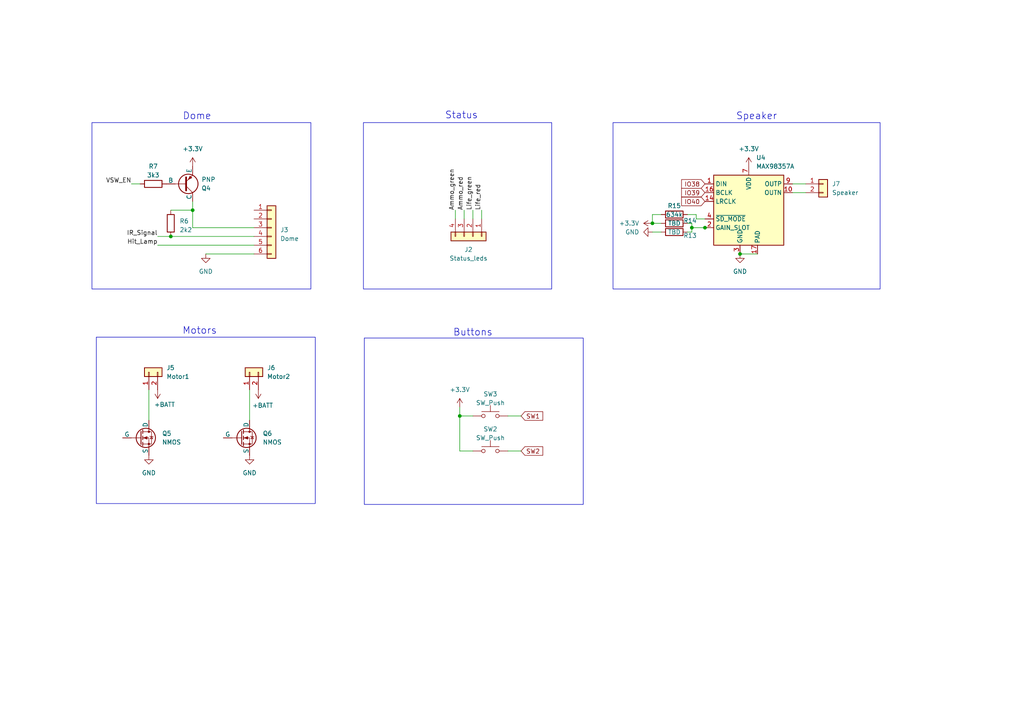
<source format=kicad_sch>
(kicad_sch
	(version 20250114)
	(generator "eeschema")
	(generator_version "9.0")
	(uuid "f3a9bd5a-b3a7-48f5-b8be-da9469fa0535")
	(paper "A4")
	(title_block
		(title "Nerf-ATG")
		(date "2025-04-13")
		(rev "1.0")
		(company "made by Nico Hütter")
	)
	(lib_symbols
		(symbol "Audio:MAX98357A"
			(exclude_from_sim no)
			(in_bom yes)
			(on_board yes)
			(property "Reference" "U"
				(at -8.89 11.43 0)
				(effects
					(font
						(size 1.27 1.27)
					)
				)
			)
			(property "Value" "MAX98357A"
				(at 10.16 11.43 0)
				(effects
					(font
						(size 1.27 1.27)
					)
				)
			)
			(property "Footprint" "Package_DFN_QFN:TQFN-16-1EP_3x3mm_P0.5mm_EP1.23x1.23mm"
				(at -1.27 -2.54 0)
				(effects
					(font
						(size 1.27 1.27)
					)
					(hide yes)
				)
			)
			(property "Datasheet" "https://www.analog.com/media/en/technical-documentation/data-sheets/MAX98357A-MAX98357B.pdf"
				(at 0 -2.54 0)
				(effects
					(font
						(size 1.27 1.27)
					)
					(hide yes)
				)
			)
			(property "Description" "Mono DAC with amplifier, I2S, PCM, TDM, 32-bit, 96khz, 3.2W, TQFP-16"
				(at 0 0 0)
				(effects
					(font
						(size 1.27 1.27)
					)
					(hide yes)
				)
			)
			(property "ki_keywords" "pcm tdm i2s left-justified amplifier audio dac"
				(at 0 0 0)
				(effects
					(font
						(size 1.27 1.27)
					)
					(hide yes)
				)
			)
			(property "ki_fp_filters" "TQFN*3x3mm*P0.5mm*EP1.23x1.23mm*"
				(at 0 0 0)
				(effects
					(font
						(size 1.27 1.27)
					)
					(hide yes)
				)
			)
			(symbol "MAX98357A_1_1"
				(rectangle
					(start -10.16 10.16)
					(end 10.16 -10.16)
					(stroke
						(width 0.254)
						(type default)
					)
					(fill
						(type background)
					)
				)
				(pin input line
					(at -12.7 7.62 0)
					(length 2.54)
					(name "DIN"
						(effects
							(font
								(size 1.27 1.27)
							)
						)
					)
					(number "1"
						(effects
							(font
								(size 1.27 1.27)
							)
						)
					)
				)
				(pin input line
					(at -12.7 5.08 0)
					(length 2.54)
					(name "BCLK"
						(effects
							(font
								(size 1.27 1.27)
							)
						)
					)
					(number "16"
						(effects
							(font
								(size 1.27 1.27)
							)
						)
					)
				)
				(pin input line
					(at -12.7 2.54 0)
					(length 2.54)
					(name "LRCLK"
						(effects
							(font
								(size 1.27 1.27)
							)
						)
					)
					(number "14"
						(effects
							(font
								(size 1.27 1.27)
							)
						)
					)
				)
				(pin input line
					(at -12.7 -2.54 0)
					(length 2.54)
					(name "~{SD_MODE}"
						(effects
							(font
								(size 1.27 1.27)
							)
						)
					)
					(number "4"
						(effects
							(font
								(size 1.27 1.27)
							)
						)
					)
				)
				(pin passive line
					(at -12.7 -5.08 0)
					(length 2.54)
					(name "GAIN_SLOT"
						(effects
							(font
								(size 1.27 1.27)
							)
						)
					)
					(number "2"
						(effects
							(font
								(size 1.27 1.27)
							)
						)
					)
				)
				(pin passive line
					(at -2.54 -12.7 90)
					(length 2.54)
					(hide yes)
					(name "GND"
						(effects
							(font
								(size 1.27 1.27)
							)
						)
					)
					(number "11"
						(effects
							(font
								(size 1.27 1.27)
							)
						)
					)
				)
				(pin passive line
					(at -2.54 -12.7 90)
					(length 2.54)
					(hide yes)
					(name "GND"
						(effects
							(font
								(size 1.27 1.27)
							)
						)
					)
					(number "15"
						(effects
							(font
								(size 1.27 1.27)
							)
						)
					)
				)
				(pin power_in line
					(at -2.54 -12.7 90)
					(length 2.54)
					(name "GND"
						(effects
							(font
								(size 1.27 1.27)
							)
						)
					)
					(number "3"
						(effects
							(font
								(size 1.27 1.27)
							)
						)
					)
				)
				(pin power_in line
					(at 0 12.7 270)
					(length 2.54)
					(name "VDD"
						(effects
							(font
								(size 1.27 1.27)
							)
						)
					)
					(number "7"
						(effects
							(font
								(size 1.27 1.27)
							)
						)
					)
				)
				(pin passive line
					(at 0 12.7 270)
					(length 2.54)
					(hide yes)
					(name "VDD"
						(effects
							(font
								(size 1.27 1.27)
							)
						)
					)
					(number "8"
						(effects
							(font
								(size 1.27 1.27)
							)
						)
					)
				)
				(pin unspecified line
					(at 2.54 -12.7 90)
					(length 2.54)
					(name "PAD"
						(effects
							(font
								(size 1.27 1.27)
							)
						)
					)
					(number "17"
						(effects
							(font
								(size 1.27 1.27)
							)
						)
					)
				)
				(pin no_connect line
					(at 10.16 2.54 180)
					(length 2.54)
					(hide yes)
					(name "NC"
						(effects
							(font
								(size 1.27 1.27)
							)
						)
					)
					(number "5"
						(effects
							(font
								(size 1.27 1.27)
							)
						)
					)
				)
				(pin no_connect line
					(at 10.16 0 180)
					(length 2.54)
					(hide yes)
					(name "NC"
						(effects
							(font
								(size 1.27 1.27)
							)
						)
					)
					(number "6"
						(effects
							(font
								(size 1.27 1.27)
							)
						)
					)
				)
				(pin no_connect line
					(at 10.16 -5.08 180)
					(length 2.54)
					(hide yes)
					(name "NC"
						(effects
							(font
								(size 1.27 1.27)
							)
						)
					)
					(number "12"
						(effects
							(font
								(size 1.27 1.27)
							)
						)
					)
				)
				(pin no_connect line
					(at 10.16 -7.62 180)
					(length 2.54)
					(hide yes)
					(name "NC"
						(effects
							(font
								(size 1.27 1.27)
							)
						)
					)
					(number "13"
						(effects
							(font
								(size 1.27 1.27)
							)
						)
					)
				)
				(pin output line
					(at 12.7 7.62 180)
					(length 2.54)
					(name "OUTP"
						(effects
							(font
								(size 1.27 1.27)
							)
						)
					)
					(number "9"
						(effects
							(font
								(size 1.27 1.27)
							)
						)
					)
				)
				(pin output line
					(at 12.7 5.08 180)
					(length 2.54)
					(name "OUTN"
						(effects
							(font
								(size 1.27 1.27)
							)
						)
					)
					(number "10"
						(effects
							(font
								(size 1.27 1.27)
							)
						)
					)
				)
			)
			(embedded_fonts no)
		)
		(symbol "Connector_Generic:Conn_01x02"
			(pin_names
				(offset 1.016)
				(hide yes)
			)
			(exclude_from_sim no)
			(in_bom yes)
			(on_board yes)
			(property "Reference" "J"
				(at 0 2.54 0)
				(effects
					(font
						(size 1.27 1.27)
					)
				)
			)
			(property "Value" "Conn_01x02"
				(at 0 -5.08 0)
				(effects
					(font
						(size 1.27 1.27)
					)
				)
			)
			(property "Footprint" ""
				(at 0 0 0)
				(effects
					(font
						(size 1.27 1.27)
					)
					(hide yes)
				)
			)
			(property "Datasheet" "~"
				(at 0 0 0)
				(effects
					(font
						(size 1.27 1.27)
					)
					(hide yes)
				)
			)
			(property "Description" "Generic connector, single row, 01x02, script generated (kicad-library-utils/schlib/autogen/connector/)"
				(at 0 0 0)
				(effects
					(font
						(size 1.27 1.27)
					)
					(hide yes)
				)
			)
			(property "ki_keywords" "connector"
				(at 0 0 0)
				(effects
					(font
						(size 1.27 1.27)
					)
					(hide yes)
				)
			)
			(property "ki_fp_filters" "Connector*:*_1x??_*"
				(at 0 0 0)
				(effects
					(font
						(size 1.27 1.27)
					)
					(hide yes)
				)
			)
			(symbol "Conn_01x02_1_1"
				(rectangle
					(start -1.27 1.27)
					(end 1.27 -3.81)
					(stroke
						(width 0.254)
						(type default)
					)
					(fill
						(type background)
					)
				)
				(rectangle
					(start -1.27 0.127)
					(end 0 -0.127)
					(stroke
						(width 0.1524)
						(type default)
					)
					(fill
						(type none)
					)
				)
				(rectangle
					(start -1.27 -2.413)
					(end 0 -2.667)
					(stroke
						(width 0.1524)
						(type default)
					)
					(fill
						(type none)
					)
				)
				(pin passive line
					(at -5.08 0 0)
					(length 3.81)
					(name "Pin_1"
						(effects
							(font
								(size 1.27 1.27)
							)
						)
					)
					(number "1"
						(effects
							(font
								(size 1.27 1.27)
							)
						)
					)
				)
				(pin passive line
					(at -5.08 -2.54 0)
					(length 3.81)
					(name "Pin_2"
						(effects
							(font
								(size 1.27 1.27)
							)
						)
					)
					(number "2"
						(effects
							(font
								(size 1.27 1.27)
							)
						)
					)
				)
			)
			(embedded_fonts no)
		)
		(symbol "Connector_Generic:Conn_01x04"
			(pin_names
				(offset 1.016)
				(hide yes)
			)
			(exclude_from_sim no)
			(in_bom yes)
			(on_board yes)
			(property "Reference" "J"
				(at 0 5.08 0)
				(effects
					(font
						(size 1.27 1.27)
					)
				)
			)
			(property "Value" "Conn_01x04"
				(at 0 -7.62 0)
				(effects
					(font
						(size 1.27 1.27)
					)
				)
			)
			(property "Footprint" ""
				(at 0 0 0)
				(effects
					(font
						(size 1.27 1.27)
					)
					(hide yes)
				)
			)
			(property "Datasheet" "~"
				(at 0 0 0)
				(effects
					(font
						(size 1.27 1.27)
					)
					(hide yes)
				)
			)
			(property "Description" "Generic connector, single row, 01x04, script generated (kicad-library-utils/schlib/autogen/connector/)"
				(at 0 0 0)
				(effects
					(font
						(size 1.27 1.27)
					)
					(hide yes)
				)
			)
			(property "ki_keywords" "connector"
				(at 0 0 0)
				(effects
					(font
						(size 1.27 1.27)
					)
					(hide yes)
				)
			)
			(property "ki_fp_filters" "Connector*:*_1x??_*"
				(at 0 0 0)
				(effects
					(font
						(size 1.27 1.27)
					)
					(hide yes)
				)
			)
			(symbol "Conn_01x04_1_1"
				(rectangle
					(start -1.27 3.81)
					(end 1.27 -6.35)
					(stroke
						(width 0.254)
						(type default)
					)
					(fill
						(type background)
					)
				)
				(rectangle
					(start -1.27 2.667)
					(end 0 2.413)
					(stroke
						(width 0.1524)
						(type default)
					)
					(fill
						(type none)
					)
				)
				(rectangle
					(start -1.27 0.127)
					(end 0 -0.127)
					(stroke
						(width 0.1524)
						(type default)
					)
					(fill
						(type none)
					)
				)
				(rectangle
					(start -1.27 -2.413)
					(end 0 -2.667)
					(stroke
						(width 0.1524)
						(type default)
					)
					(fill
						(type none)
					)
				)
				(rectangle
					(start -1.27 -4.953)
					(end 0 -5.207)
					(stroke
						(width 0.1524)
						(type default)
					)
					(fill
						(type none)
					)
				)
				(pin passive line
					(at -5.08 2.54 0)
					(length 3.81)
					(name "Pin_1"
						(effects
							(font
								(size 1.27 1.27)
							)
						)
					)
					(number "1"
						(effects
							(font
								(size 1.27 1.27)
							)
						)
					)
				)
				(pin passive line
					(at -5.08 0 0)
					(length 3.81)
					(name "Pin_2"
						(effects
							(font
								(size 1.27 1.27)
							)
						)
					)
					(number "2"
						(effects
							(font
								(size 1.27 1.27)
							)
						)
					)
				)
				(pin passive line
					(at -5.08 -2.54 0)
					(length 3.81)
					(name "Pin_3"
						(effects
							(font
								(size 1.27 1.27)
							)
						)
					)
					(number "3"
						(effects
							(font
								(size 1.27 1.27)
							)
						)
					)
				)
				(pin passive line
					(at -5.08 -5.08 0)
					(length 3.81)
					(name "Pin_4"
						(effects
							(font
								(size 1.27 1.27)
							)
						)
					)
					(number "4"
						(effects
							(font
								(size 1.27 1.27)
							)
						)
					)
				)
			)
			(embedded_fonts no)
		)
		(symbol "Connector_Generic:Conn_01x06"
			(pin_names
				(offset 1.016)
				(hide yes)
			)
			(exclude_from_sim no)
			(in_bom yes)
			(on_board yes)
			(property "Reference" "J"
				(at 0 7.62 0)
				(effects
					(font
						(size 1.27 1.27)
					)
				)
			)
			(property "Value" "Conn_01x06"
				(at 0 -10.16 0)
				(effects
					(font
						(size 1.27 1.27)
					)
				)
			)
			(property "Footprint" ""
				(at 0 0 0)
				(effects
					(font
						(size 1.27 1.27)
					)
					(hide yes)
				)
			)
			(property "Datasheet" "~"
				(at 0 0 0)
				(effects
					(font
						(size 1.27 1.27)
					)
					(hide yes)
				)
			)
			(property "Description" "Generic connector, single row, 01x06, script generated (kicad-library-utils/schlib/autogen/connector/)"
				(at 0 0 0)
				(effects
					(font
						(size 1.27 1.27)
					)
					(hide yes)
				)
			)
			(property "ki_keywords" "connector"
				(at 0 0 0)
				(effects
					(font
						(size 1.27 1.27)
					)
					(hide yes)
				)
			)
			(property "ki_fp_filters" "Connector*:*_1x??_*"
				(at 0 0 0)
				(effects
					(font
						(size 1.27 1.27)
					)
					(hide yes)
				)
			)
			(symbol "Conn_01x06_1_1"
				(rectangle
					(start -1.27 6.35)
					(end 1.27 -8.89)
					(stroke
						(width 0.254)
						(type default)
					)
					(fill
						(type background)
					)
				)
				(rectangle
					(start -1.27 5.207)
					(end 0 4.953)
					(stroke
						(width 0.1524)
						(type default)
					)
					(fill
						(type none)
					)
				)
				(rectangle
					(start -1.27 2.667)
					(end 0 2.413)
					(stroke
						(width 0.1524)
						(type default)
					)
					(fill
						(type none)
					)
				)
				(rectangle
					(start -1.27 0.127)
					(end 0 -0.127)
					(stroke
						(width 0.1524)
						(type default)
					)
					(fill
						(type none)
					)
				)
				(rectangle
					(start -1.27 -2.413)
					(end 0 -2.667)
					(stroke
						(width 0.1524)
						(type default)
					)
					(fill
						(type none)
					)
				)
				(rectangle
					(start -1.27 -4.953)
					(end 0 -5.207)
					(stroke
						(width 0.1524)
						(type default)
					)
					(fill
						(type none)
					)
				)
				(rectangle
					(start -1.27 -7.493)
					(end 0 -7.747)
					(stroke
						(width 0.1524)
						(type default)
					)
					(fill
						(type none)
					)
				)
				(pin passive line
					(at -5.08 5.08 0)
					(length 3.81)
					(name "Pin_1"
						(effects
							(font
								(size 1.27 1.27)
							)
						)
					)
					(number "1"
						(effects
							(font
								(size 1.27 1.27)
							)
						)
					)
				)
				(pin passive line
					(at -5.08 2.54 0)
					(length 3.81)
					(name "Pin_2"
						(effects
							(font
								(size 1.27 1.27)
							)
						)
					)
					(number "2"
						(effects
							(font
								(size 1.27 1.27)
							)
						)
					)
				)
				(pin passive line
					(at -5.08 0 0)
					(length 3.81)
					(name "Pin_3"
						(effects
							(font
								(size 1.27 1.27)
							)
						)
					)
					(number "3"
						(effects
							(font
								(size 1.27 1.27)
							)
						)
					)
				)
				(pin passive line
					(at -5.08 -2.54 0)
					(length 3.81)
					(name "Pin_4"
						(effects
							(font
								(size 1.27 1.27)
							)
						)
					)
					(number "4"
						(effects
							(font
								(size 1.27 1.27)
							)
						)
					)
				)
				(pin passive line
					(at -5.08 -5.08 0)
					(length 3.81)
					(name "Pin_5"
						(effects
							(font
								(size 1.27 1.27)
							)
						)
					)
					(number "5"
						(effects
							(font
								(size 1.27 1.27)
							)
						)
					)
				)
				(pin passive line
					(at -5.08 -7.62 0)
					(length 3.81)
					(name "Pin_6"
						(effects
							(font
								(size 1.27 1.27)
							)
						)
					)
					(number "6"
						(effects
							(font
								(size 1.27 1.27)
							)
						)
					)
				)
			)
			(embedded_fonts no)
		)
		(symbol "Device:R"
			(pin_numbers
				(hide yes)
			)
			(pin_names
				(offset 0)
			)
			(exclude_from_sim no)
			(in_bom yes)
			(on_board yes)
			(property "Reference" "R"
				(at 2.032 0 90)
				(effects
					(font
						(size 1.27 1.27)
					)
				)
			)
			(property "Value" "R"
				(at 0 0 90)
				(effects
					(font
						(size 1.27 1.27)
					)
				)
			)
			(property "Footprint" ""
				(at -1.778 0 90)
				(effects
					(font
						(size 1.27 1.27)
					)
					(hide yes)
				)
			)
			(property "Datasheet" "~"
				(at 0 0 0)
				(effects
					(font
						(size 1.27 1.27)
					)
					(hide yes)
				)
			)
			(property "Description" "Resistor"
				(at 0 0 0)
				(effects
					(font
						(size 1.27 1.27)
					)
					(hide yes)
				)
			)
			(property "ki_keywords" "R res resistor"
				(at 0 0 0)
				(effects
					(font
						(size 1.27 1.27)
					)
					(hide yes)
				)
			)
			(property "ki_fp_filters" "R_*"
				(at 0 0 0)
				(effects
					(font
						(size 1.27 1.27)
					)
					(hide yes)
				)
			)
			(symbol "R_0_1"
				(rectangle
					(start -1.016 -2.54)
					(end 1.016 2.54)
					(stroke
						(width 0.254)
						(type default)
					)
					(fill
						(type none)
					)
				)
			)
			(symbol "R_1_1"
				(pin passive line
					(at 0 3.81 270)
					(length 1.27)
					(name "~"
						(effects
							(font
								(size 1.27 1.27)
							)
						)
					)
					(number "1"
						(effects
							(font
								(size 1.27 1.27)
							)
						)
					)
				)
				(pin passive line
					(at 0 -3.81 90)
					(length 1.27)
					(name "~"
						(effects
							(font
								(size 1.27 1.27)
							)
						)
					)
					(number "2"
						(effects
							(font
								(size 1.27 1.27)
							)
						)
					)
				)
			)
			(embedded_fonts no)
		)
		(symbol "Simulation_SPICE:NMOS"
			(pin_numbers
				(hide yes)
			)
			(pin_names
				(offset 0)
			)
			(exclude_from_sim no)
			(in_bom yes)
			(on_board yes)
			(property "Reference" "Q"
				(at 5.08 1.27 0)
				(effects
					(font
						(size 1.27 1.27)
					)
					(justify left)
				)
			)
			(property "Value" "NMOS"
				(at 5.08 -1.27 0)
				(effects
					(font
						(size 1.27 1.27)
					)
					(justify left)
				)
			)
			(property "Footprint" ""
				(at 5.08 2.54 0)
				(effects
					(font
						(size 1.27 1.27)
					)
					(hide yes)
				)
			)
			(property "Datasheet" "https://ngspice.sourceforge.io/docs/ngspice-html-manual/manual.xhtml#cha_MOSFETs"
				(at 0 -12.7 0)
				(effects
					(font
						(size 1.27 1.27)
					)
					(hide yes)
				)
			)
			(property "Description" "N-MOSFET transistor, drain/source/gate"
				(at 0 0 0)
				(effects
					(font
						(size 1.27 1.27)
					)
					(hide yes)
				)
			)
			(property "Sim.Device" "NMOS"
				(at 0 -17.145 0)
				(effects
					(font
						(size 1.27 1.27)
					)
					(hide yes)
				)
			)
			(property "Sim.Type" "VDMOS"
				(at 0 -19.05 0)
				(effects
					(font
						(size 1.27 1.27)
					)
					(hide yes)
				)
			)
			(property "Sim.Pins" "1=D 2=G 3=S"
				(at 0 -15.24 0)
				(effects
					(font
						(size 1.27 1.27)
					)
					(hide yes)
				)
			)
			(property "ki_keywords" "transistor NMOS N-MOS N-MOSFET simulation"
				(at 0 0 0)
				(effects
					(font
						(size 1.27 1.27)
					)
					(hide yes)
				)
			)
			(symbol "NMOS_0_1"
				(polyline
					(pts
						(xy 0.254 1.905) (xy 0.254 -1.905)
					)
					(stroke
						(width 0.254)
						(type default)
					)
					(fill
						(type none)
					)
				)
				(polyline
					(pts
						(xy 0.254 0) (xy -2.54 0)
					)
					(stroke
						(width 0)
						(type default)
					)
					(fill
						(type none)
					)
				)
				(polyline
					(pts
						(xy 0.762 2.286) (xy 0.762 1.27)
					)
					(stroke
						(width 0.254)
						(type default)
					)
					(fill
						(type none)
					)
				)
				(polyline
					(pts
						(xy 0.762 0.508) (xy 0.762 -0.508)
					)
					(stroke
						(width 0.254)
						(type default)
					)
					(fill
						(type none)
					)
				)
				(polyline
					(pts
						(xy 0.762 -1.27) (xy 0.762 -2.286)
					)
					(stroke
						(width 0.254)
						(type default)
					)
					(fill
						(type none)
					)
				)
				(polyline
					(pts
						(xy 0.762 -1.778) (xy 3.302 -1.778) (xy 3.302 1.778) (xy 0.762 1.778)
					)
					(stroke
						(width 0)
						(type default)
					)
					(fill
						(type none)
					)
				)
				(polyline
					(pts
						(xy 1.016 0) (xy 2.032 0.381) (xy 2.032 -0.381) (xy 1.016 0)
					)
					(stroke
						(width 0)
						(type default)
					)
					(fill
						(type outline)
					)
				)
				(circle
					(center 1.651 0)
					(radius 2.794)
					(stroke
						(width 0.254)
						(type default)
					)
					(fill
						(type none)
					)
				)
				(polyline
					(pts
						(xy 2.54 2.54) (xy 2.54 1.778)
					)
					(stroke
						(width 0)
						(type default)
					)
					(fill
						(type none)
					)
				)
				(circle
					(center 2.54 1.778)
					(radius 0.254)
					(stroke
						(width 0)
						(type default)
					)
					(fill
						(type outline)
					)
				)
				(circle
					(center 2.54 -1.778)
					(radius 0.254)
					(stroke
						(width 0)
						(type default)
					)
					(fill
						(type outline)
					)
				)
				(polyline
					(pts
						(xy 2.54 -2.54) (xy 2.54 0) (xy 0.762 0)
					)
					(stroke
						(width 0)
						(type default)
					)
					(fill
						(type none)
					)
				)
				(polyline
					(pts
						(xy 2.794 0.508) (xy 2.921 0.381) (xy 3.683 0.381) (xy 3.81 0.254)
					)
					(stroke
						(width 0)
						(type default)
					)
					(fill
						(type none)
					)
				)
				(polyline
					(pts
						(xy 3.302 0.381) (xy 2.921 -0.254) (xy 3.683 -0.254) (xy 3.302 0.381)
					)
					(stroke
						(width 0)
						(type default)
					)
					(fill
						(type none)
					)
				)
			)
			(symbol "NMOS_1_1"
				(pin input line
					(at -5.08 0 0)
					(length 2.54)
					(name "G"
						(effects
							(font
								(size 1.27 1.27)
							)
						)
					)
					(number "2"
						(effects
							(font
								(size 1.27 1.27)
							)
						)
					)
				)
				(pin passive line
					(at 2.54 5.08 270)
					(length 2.54)
					(name "D"
						(effects
							(font
								(size 1.27 1.27)
							)
						)
					)
					(number "1"
						(effects
							(font
								(size 1.27 1.27)
							)
						)
					)
				)
				(pin passive line
					(at 2.54 -5.08 90)
					(length 2.54)
					(name "S"
						(effects
							(font
								(size 1.27 1.27)
							)
						)
					)
					(number "3"
						(effects
							(font
								(size 1.27 1.27)
							)
						)
					)
				)
			)
			(embedded_fonts no)
		)
		(symbol "Simulation_SPICE:PNP"
			(pin_numbers
				(hide yes)
			)
			(pin_names
				(offset 0)
			)
			(exclude_from_sim no)
			(in_bom yes)
			(on_board yes)
			(property "Reference" "Q"
				(at -2.54 7.62 0)
				(effects
					(font
						(size 1.27 1.27)
					)
				)
			)
			(property "Value" "PNP"
				(at -2.54 5.08 0)
				(effects
					(font
						(size 1.27 1.27)
					)
				)
			)
			(property "Footprint" ""
				(at 35.56 0 0)
				(effects
					(font
						(size 1.27 1.27)
					)
					(hide yes)
				)
			)
			(property "Datasheet" "https://ngspice.sourceforge.io/docs/ngspice-html-manual/manual.xhtml#cha_BJTs"
				(at 35.56 0 0)
				(effects
					(font
						(size 1.27 1.27)
					)
					(hide yes)
				)
			)
			(property "Description" "Bipolar transistor symbol for simulation only, substrate tied to the emitter"
				(at 0 0 0)
				(effects
					(font
						(size 1.27 1.27)
					)
					(hide yes)
				)
			)
			(property "Sim.Device" "PNP"
				(at 0 0 0)
				(effects
					(font
						(size 1.27 1.27)
					)
					(hide yes)
				)
			)
			(property "Sim.Type" "GUMMELPOON"
				(at 0 0 0)
				(effects
					(font
						(size 1.27 1.27)
					)
					(hide yes)
				)
			)
			(property "Sim.Pins" "1=C 2=B 3=E"
				(at 0 0 0)
				(effects
					(font
						(size 1.27 1.27)
					)
					(hide yes)
				)
			)
			(property "ki_keywords" "simulation"
				(at 0 0 0)
				(effects
					(font
						(size 1.27 1.27)
					)
					(hide yes)
				)
			)
			(symbol "PNP_0_1"
				(polyline
					(pts
						(xy -2.54 0) (xy 0.635 0)
					)
					(stroke
						(width 0.1524)
						(type default)
					)
					(fill
						(type none)
					)
				)
				(polyline
					(pts
						(xy 0.635 1.905) (xy 0.635 -1.905) (xy 0.635 -1.905)
					)
					(stroke
						(width 0.508)
						(type default)
					)
					(fill
						(type none)
					)
				)
				(polyline
					(pts
						(xy 0.635 0.635) (xy 2.54 2.54)
					)
					(stroke
						(width 0)
						(type default)
					)
					(fill
						(type none)
					)
				)
				(polyline
					(pts
						(xy 0.635 -0.635) (xy 2.54 -2.54) (xy 2.54 -2.54)
					)
					(stroke
						(width 0)
						(type default)
					)
					(fill
						(type none)
					)
				)
				(circle
					(center 1.27 0)
					(radius 2.8194)
					(stroke
						(width 0.254)
						(type default)
					)
					(fill
						(type none)
					)
				)
				(polyline
					(pts
						(xy 2.286 -1.778) (xy 1.778 -2.286) (xy 1.27 -1.27) (xy 2.286 -1.778) (xy 2.286 -1.778)
					)
					(stroke
						(width 0)
						(type default)
					)
					(fill
						(type outline)
					)
				)
			)
			(symbol "PNP_1_1"
				(pin input line
					(at -5.08 0 0)
					(length 2.54)
					(name "B"
						(effects
							(font
								(size 1.27 1.27)
							)
						)
					)
					(number "2"
						(effects
							(font
								(size 1.27 1.27)
							)
						)
					)
				)
				(pin open_collector line
					(at 2.54 5.08 270)
					(length 2.54)
					(name "C"
						(effects
							(font
								(size 1.27 1.27)
							)
						)
					)
					(number "1"
						(effects
							(font
								(size 1.27 1.27)
							)
						)
					)
				)
				(pin open_emitter line
					(at 2.54 -5.08 90)
					(length 2.54)
					(name "E"
						(effects
							(font
								(size 1.27 1.27)
							)
						)
					)
					(number "3"
						(effects
							(font
								(size 1.27 1.27)
							)
						)
					)
				)
			)
			(embedded_fonts no)
		)
		(symbol "Switch:SW_Push"
			(pin_numbers
				(hide yes)
			)
			(pin_names
				(offset 1.016)
				(hide yes)
			)
			(exclude_from_sim no)
			(in_bom yes)
			(on_board yes)
			(property "Reference" "SW"
				(at 1.27 2.54 0)
				(effects
					(font
						(size 1.27 1.27)
					)
					(justify left)
				)
			)
			(property "Value" "SW_Push"
				(at 0 -1.524 0)
				(effects
					(font
						(size 1.27 1.27)
					)
				)
			)
			(property "Footprint" ""
				(at 0 5.08 0)
				(effects
					(font
						(size 1.27 1.27)
					)
					(hide yes)
				)
			)
			(property "Datasheet" "~"
				(at 0 5.08 0)
				(effects
					(font
						(size 1.27 1.27)
					)
					(hide yes)
				)
			)
			(property "Description" "Push button switch, generic, two pins"
				(at 0 0 0)
				(effects
					(font
						(size 1.27 1.27)
					)
					(hide yes)
				)
			)
			(property "ki_keywords" "switch normally-open pushbutton push-button"
				(at 0 0 0)
				(effects
					(font
						(size 1.27 1.27)
					)
					(hide yes)
				)
			)
			(symbol "SW_Push_0_1"
				(circle
					(center -2.032 0)
					(radius 0.508)
					(stroke
						(width 0)
						(type default)
					)
					(fill
						(type none)
					)
				)
				(polyline
					(pts
						(xy 0 1.27) (xy 0 3.048)
					)
					(stroke
						(width 0)
						(type default)
					)
					(fill
						(type none)
					)
				)
				(circle
					(center 2.032 0)
					(radius 0.508)
					(stroke
						(width 0)
						(type default)
					)
					(fill
						(type none)
					)
				)
				(polyline
					(pts
						(xy 2.54 1.27) (xy -2.54 1.27)
					)
					(stroke
						(width 0)
						(type default)
					)
					(fill
						(type none)
					)
				)
				(pin passive line
					(at -5.08 0 0)
					(length 2.54)
					(name "1"
						(effects
							(font
								(size 1.27 1.27)
							)
						)
					)
					(number "1"
						(effects
							(font
								(size 1.27 1.27)
							)
						)
					)
				)
				(pin passive line
					(at 5.08 0 180)
					(length 2.54)
					(name "2"
						(effects
							(font
								(size 1.27 1.27)
							)
						)
					)
					(number "2"
						(effects
							(font
								(size 1.27 1.27)
							)
						)
					)
				)
			)
			(embedded_fonts no)
		)
		(symbol "power:+3.3V"
			(power)
			(pin_numbers
				(hide yes)
			)
			(pin_names
				(offset 0)
				(hide yes)
			)
			(exclude_from_sim no)
			(in_bom yes)
			(on_board yes)
			(property "Reference" "#PWR"
				(at 0 -3.81 0)
				(effects
					(font
						(size 1.27 1.27)
					)
					(hide yes)
				)
			)
			(property "Value" "+3.3V"
				(at 0 3.556 0)
				(effects
					(font
						(size 1.27 1.27)
					)
				)
			)
			(property "Footprint" ""
				(at 0 0 0)
				(effects
					(font
						(size 1.27 1.27)
					)
					(hide yes)
				)
			)
			(property "Datasheet" ""
				(at 0 0 0)
				(effects
					(font
						(size 1.27 1.27)
					)
					(hide yes)
				)
			)
			(property "Description" "Power symbol creates a global label with name \"+3.3V\""
				(at 0 0 0)
				(effects
					(font
						(size 1.27 1.27)
					)
					(hide yes)
				)
			)
			(property "ki_keywords" "global power"
				(at 0 0 0)
				(effects
					(font
						(size 1.27 1.27)
					)
					(hide yes)
				)
			)
			(symbol "+3.3V_0_1"
				(polyline
					(pts
						(xy -0.762 1.27) (xy 0 2.54)
					)
					(stroke
						(width 0)
						(type default)
					)
					(fill
						(type none)
					)
				)
				(polyline
					(pts
						(xy 0 2.54) (xy 0.762 1.27)
					)
					(stroke
						(width 0)
						(type default)
					)
					(fill
						(type none)
					)
				)
				(polyline
					(pts
						(xy 0 0) (xy 0 2.54)
					)
					(stroke
						(width 0)
						(type default)
					)
					(fill
						(type none)
					)
				)
			)
			(symbol "+3.3V_1_1"
				(pin power_in line
					(at 0 0 90)
					(length 0)
					(name "~"
						(effects
							(font
								(size 1.27 1.27)
							)
						)
					)
					(number "1"
						(effects
							(font
								(size 1.27 1.27)
							)
						)
					)
				)
			)
			(embedded_fonts no)
		)
		(symbol "power:+BATT"
			(power)
			(pin_numbers
				(hide yes)
			)
			(pin_names
				(offset 0)
				(hide yes)
			)
			(exclude_from_sim no)
			(in_bom yes)
			(on_board yes)
			(property "Reference" "#PWR"
				(at 0 -3.81 0)
				(effects
					(font
						(size 1.27 1.27)
					)
					(hide yes)
				)
			)
			(property "Value" "+BATT"
				(at 0 3.556 0)
				(effects
					(font
						(size 1.27 1.27)
					)
				)
			)
			(property "Footprint" ""
				(at 0 0 0)
				(effects
					(font
						(size 1.27 1.27)
					)
					(hide yes)
				)
			)
			(property "Datasheet" ""
				(at 0 0 0)
				(effects
					(font
						(size 1.27 1.27)
					)
					(hide yes)
				)
			)
			(property "Description" "Power symbol creates a global label with name \"+BATT\""
				(at 0 0 0)
				(effects
					(font
						(size 1.27 1.27)
					)
					(hide yes)
				)
			)
			(property "ki_keywords" "global power battery"
				(at 0 0 0)
				(effects
					(font
						(size 1.27 1.27)
					)
					(hide yes)
				)
			)
			(symbol "+BATT_0_1"
				(polyline
					(pts
						(xy -0.762 1.27) (xy 0 2.54)
					)
					(stroke
						(width 0)
						(type default)
					)
					(fill
						(type none)
					)
				)
				(polyline
					(pts
						(xy 0 2.54) (xy 0.762 1.27)
					)
					(stroke
						(width 0)
						(type default)
					)
					(fill
						(type none)
					)
				)
				(polyline
					(pts
						(xy 0 0) (xy 0 2.54)
					)
					(stroke
						(width 0)
						(type default)
					)
					(fill
						(type none)
					)
				)
			)
			(symbol "+BATT_1_1"
				(pin power_in line
					(at 0 0 90)
					(length 0)
					(name "~"
						(effects
							(font
								(size 1.27 1.27)
							)
						)
					)
					(number "1"
						(effects
							(font
								(size 1.27 1.27)
							)
						)
					)
				)
			)
			(embedded_fonts no)
		)
		(symbol "power:GND"
			(power)
			(pin_names
				(offset 0)
			)
			(exclude_from_sim no)
			(in_bom yes)
			(on_board yes)
			(property "Reference" "#PWR"
				(at 0 -6.35 0)
				(effects
					(font
						(size 1.27 1.27)
					)
					(hide yes)
				)
			)
			(property "Value" "GND"
				(at 0 -3.81 0)
				(effects
					(font
						(size 1.27 1.27)
					)
				)
			)
			(property "Footprint" ""
				(at 0 0 0)
				(effects
					(font
						(size 1.27 1.27)
					)
					(hide yes)
				)
			)
			(property "Datasheet" ""
				(at 0 0 0)
				(effects
					(font
						(size 1.27 1.27)
					)
					(hide yes)
				)
			)
			(property "Description" "Power symbol creates a global label with name \"GND\" , ground"
				(at 0 0 0)
				(effects
					(font
						(size 1.27 1.27)
					)
					(hide yes)
				)
			)
			(property "ki_keywords" "global power"
				(at 0 0 0)
				(effects
					(font
						(size 1.27 1.27)
					)
					(hide yes)
				)
			)
			(symbol "GND_0_1"
				(polyline
					(pts
						(xy 0 0) (xy 0 -1.27) (xy 1.27 -1.27) (xy 0 -2.54) (xy -1.27 -1.27) (xy 0 -1.27)
					)
					(stroke
						(width 0)
						(type default)
					)
					(fill
						(type none)
					)
				)
			)
			(symbol "GND_1_1"
				(pin power_in line
					(at 0 0 270)
					(length 0)
					(hide yes)
					(name "GND"
						(effects
							(font
								(size 1.27 1.27)
							)
						)
					)
					(number "1"
						(effects
							(font
								(size 1.27 1.27)
							)
						)
					)
				)
			)
			(embedded_fonts no)
		)
	)
	(rectangle
		(start 105.41 35.56)
		(end 160.02 83.82)
		(stroke
			(width 0)
			(type default)
		)
		(fill
			(type none)
		)
		(uuid 379a2ffe-c7ec-4264-a959-c5be3036e525)
	)
	(rectangle
		(start 26.67 35.56)
		(end 90.17 83.82)
		(stroke
			(width 0)
			(type default)
		)
		(fill
			(type none)
		)
		(uuid 414cb2c3-dbea-4f46-a129-f75063657a10)
	)
	(rectangle
		(start 27.94 97.79)
		(end 91.44 146.05)
		(stroke
			(width 0)
			(type default)
		)
		(fill
			(type none)
		)
		(uuid 4d27689d-13e1-4195-b475-148f9864a909)
	)
	(rectangle
		(start 177.8 35.56)
		(end 255.27 83.82)
		(stroke
			(width 0)
			(type default)
		)
		(fill
			(type none)
		)
		(uuid 8448620b-1fc1-47fe-acd7-f9b84cf3609d)
	)
	(rectangle
		(start 105.664 98.044)
		(end 169.164 146.304)
		(stroke
			(width 0)
			(type default)
		)
		(fill
			(type none)
		)
		(uuid eea64ed8-1923-4d4f-8211-9bd13c6ee3e5)
	)
	(text "Status"
		(exclude_from_sim no)
		(at 133.858 33.528 0)
		(effects
			(font
				(size 2 2)
			)
		)
		(uuid "03691dc2-648a-47c4-b17a-fe3e6f7b2d40")
	)
	(text "Speaker\n"
		(exclude_from_sim no)
		(at 219.456 33.782 0)
		(effects
			(font
				(size 2 2)
			)
		)
		(uuid "85bd682d-113d-444c-9dc5-92df8e90afef")
	)
	(text "Buttons\n"
		(exclude_from_sim no)
		(at 137.16 96.52 0)
		(effects
			(font
				(size 2 2)
			)
		)
		(uuid "ac4ffcb0-86b6-451f-9a2c-e4945669a909")
	)
	(text "Dome\n"
		(exclude_from_sim no)
		(at 57.15 33.782 0)
		(effects
			(font
				(size 2 2)
			)
		)
		(uuid "f72e2f14-33cc-48c5-a9a4-d1830d07cf2b")
	)
	(text "Motors\n"
		(exclude_from_sim no)
		(at 57.912 96.012 0)
		(effects
			(font
				(size 2 2)
			)
		)
		(uuid "fe3074a1-2f3c-4710-967e-04671e425851")
	)
	(junction
		(at 200.66 66.04)
		(diameter 0)
		(color 0 0 0 0)
		(uuid "0804e2ab-4455-4cc3-8658-8a9c1659a6b5")
	)
	(junction
		(at 133.35 120.65)
		(diameter 0)
		(color 0 0 0 0)
		(uuid "0aa4fbfe-ee77-403f-b734-d8f22888e432")
	)
	(junction
		(at 189.23 64.77)
		(diameter 0)
		(color 0 0 0 0)
		(uuid "9775a5ec-e622-4861-9079-8c6b73bcb16c")
	)
	(junction
		(at 49.53 68.58)
		(diameter 0)
		(color 0 0 0 0)
		(uuid "bc0ec2b8-04aa-4643-aceb-32d82fdc53e6")
	)
	(junction
		(at 55.88 60.96)
		(diameter 0)
		(color 0 0 0 0)
		(uuid "c1f4283c-b871-40de-8976-066283fe1285")
	)
	(junction
		(at 214.63 73.66)
		(diameter 0)
		(color 0 0 0 0)
		(uuid "e302c3dd-5a45-4bad-b279-30a7d702f7a2")
	)
	(junction
		(at 204.47 66.04)
		(diameter 0)
		(color 0 0 0 0)
		(uuid "f9d42145-4e40-4d7f-bf8c-41438f12d75c")
	)
	(wire
		(pts
			(xy 201.93 63.5) (xy 204.47 63.5)
		)
		(stroke
			(width 0)
			(type default)
		)
		(uuid "038701ed-b12f-4f3d-b370-9949d5b45186")
	)
	(wire
		(pts
			(xy 133.35 130.81) (xy 137.16 130.81)
		)
		(stroke
			(width 0)
			(type default)
		)
		(uuid "0646a0d5-3cef-4d9a-9714-e1ab5bd8dd69")
	)
	(wire
		(pts
			(xy 233.68 53.34) (xy 229.87 53.34)
		)
		(stroke
			(width 0)
			(type default)
		)
		(uuid "22339edb-2b2c-4399-b533-d058cad0d339")
	)
	(wire
		(pts
			(xy 189.23 62.23) (xy 189.23 64.77)
		)
		(stroke
			(width 0)
			(type default)
		)
		(uuid "2fc9e43a-ad1e-4079-b586-9b7f90c19607")
	)
	(wire
		(pts
			(xy 132.08 63.5) (xy 132.08 60.96)
		)
		(stroke
			(width 0)
			(type default)
		)
		(uuid "537ca391-f5ea-4be0-859d-0945379dd4b7")
	)
	(wire
		(pts
			(xy 233.68 55.88) (xy 229.87 55.88)
		)
		(stroke
			(width 0)
			(type default)
		)
		(uuid "5a32df3d-9526-4691-9b6a-66a5e399063f")
	)
	(wire
		(pts
			(xy 72.39 113.03) (xy 72.39 121.92)
		)
		(stroke
			(width 0)
			(type default)
		)
		(uuid "68817dee-9da2-48c9-ba27-993526d87145")
	)
	(wire
		(pts
			(xy 43.18 113.03) (xy 43.18 121.92)
		)
		(stroke
			(width 0)
			(type default)
		)
		(uuid "6d943854-f1ca-45c9-b172-cdea4906ab93")
	)
	(wire
		(pts
			(xy 55.88 60.96) (xy 55.88 58.42)
		)
		(stroke
			(width 0)
			(type default)
		)
		(uuid "6f8e0bde-cd96-4fec-9d51-a9cbbfdd5cef")
	)
	(wire
		(pts
			(xy 199.39 62.23) (xy 201.93 62.23)
		)
		(stroke
			(width 0)
			(type default)
		)
		(uuid "7cf352ee-053c-412f-924c-7c3ff8bb63c1")
	)
	(wire
		(pts
			(xy 49.53 60.96) (xy 55.88 60.96)
		)
		(stroke
			(width 0)
			(type default)
		)
		(uuid "80a09642-172f-463a-a1aa-284191de97d3")
	)
	(wire
		(pts
			(xy 45.72 68.58) (xy 49.53 68.58)
		)
		(stroke
			(width 0)
			(type default)
		)
		(uuid "80d7c991-3827-4502-a1ac-a1bbc4d04a70")
	)
	(wire
		(pts
			(xy 73.66 66.04) (xy 55.88 66.04)
		)
		(stroke
			(width 0)
			(type default)
		)
		(uuid "8a6dbc1e-a2c9-4f6a-8adb-4e620ec24065")
	)
	(wire
		(pts
			(xy 199.39 64.77) (xy 200.66 64.77)
		)
		(stroke
			(width 0)
			(type default)
		)
		(uuid "973351a5-9b7d-43da-856c-86856a478441")
	)
	(wire
		(pts
			(xy 151.13 120.65) (xy 147.32 120.65)
		)
		(stroke
			(width 0)
			(type default)
		)
		(uuid "976cdfc4-260f-45d0-b9b8-0a586e57fa27")
	)
	(wire
		(pts
			(xy 59.69 73.66) (xy 73.66 73.66)
		)
		(stroke
			(width 0)
			(type default)
		)
		(uuid "9b5f6418-67dd-4c14-ae0d-fb4fa759e742")
	)
	(wire
		(pts
			(xy 55.88 60.96) (xy 55.88 66.04)
		)
		(stroke
			(width 0)
			(type default)
		)
		(uuid "9dda9c5a-d9f0-4ea9-a136-8f512fe0e977")
	)
	(wire
		(pts
			(xy 200.66 66.04) (xy 204.47 66.04)
		)
		(stroke
			(width 0)
			(type default)
		)
		(uuid "a7171c5d-2df5-449a-b330-ba49edc5274b")
	)
	(wire
		(pts
			(xy 139.7 63.5) (xy 139.7 60.96)
		)
		(stroke
			(width 0)
			(type default)
		)
		(uuid "a761a7c7-066b-4ec2-bf2e-29fa0d4ea6b7")
	)
	(wire
		(pts
			(xy 137.16 63.5) (xy 137.16 60.96)
		)
		(stroke
			(width 0)
			(type default)
		)
		(uuid "aa901711-eb8b-4463-8562-b295e0d79a3d")
	)
	(wire
		(pts
			(xy 137.16 120.65) (xy 133.35 120.65)
		)
		(stroke
			(width 0)
			(type default)
		)
		(uuid "af6fde08-3b6b-478a-9781-aaebe58298b5")
	)
	(wire
		(pts
			(xy 199.39 67.31) (xy 200.66 67.31)
		)
		(stroke
			(width 0)
			(type default)
		)
		(uuid "b9349ace-2955-4e6a-ba2f-e51d66401b40")
	)
	(wire
		(pts
			(xy 200.66 64.77) (xy 200.66 66.04)
		)
		(stroke
			(width 0)
			(type default)
		)
		(uuid "b9d18715-33b7-4d75-bcd6-d0467b12b4e1")
	)
	(wire
		(pts
			(xy 200.66 66.04) (xy 200.66 67.31)
		)
		(stroke
			(width 0)
			(type default)
		)
		(uuid "c507829b-5ac0-448d-b3eb-c792f3f2ee2a")
	)
	(wire
		(pts
			(xy 189.23 67.31) (xy 191.77 67.31)
		)
		(stroke
			(width 0)
			(type default)
		)
		(uuid "c73b81a6-6c81-49d2-8c42-c89ba6f0a492")
	)
	(wire
		(pts
			(xy 134.62 63.5) (xy 134.62 60.96)
		)
		(stroke
			(width 0)
			(type default)
		)
		(uuid "d1e91143-fdf1-425a-b33d-914f788bc2fb")
	)
	(wire
		(pts
			(xy 49.53 68.58) (xy 73.66 68.58)
		)
		(stroke
			(width 0)
			(type default)
		)
		(uuid "d3694f7a-8513-46a2-b662-d739d909e7f9")
	)
	(wire
		(pts
			(xy 133.35 118.11) (xy 133.35 120.65)
		)
		(stroke
			(width 0)
			(type default)
		)
		(uuid "d6c820ed-d87d-4667-8a96-753f35b8af6e")
	)
	(wire
		(pts
			(xy 191.77 62.23) (xy 189.23 62.23)
		)
		(stroke
			(width 0)
			(type default)
		)
		(uuid "dcd58d4a-d15c-4c83-93de-3b57b51632cc")
	)
	(wire
		(pts
			(xy 205.74 66.04) (xy 204.47 66.04)
		)
		(stroke
			(width 0)
			(type default)
		)
		(uuid "e7c8f835-67ed-4da4-8908-49ca14326855")
	)
	(wire
		(pts
			(xy 191.77 64.77) (xy 189.23 64.77)
		)
		(stroke
			(width 0)
			(type default)
		)
		(uuid "eae4442b-8149-4af4-9b24-0fb22e8d1fb5")
	)
	(wire
		(pts
			(xy 45.72 71.12) (xy 73.66 71.12)
		)
		(stroke
			(width 0)
			(type default)
		)
		(uuid "eaf0064c-9421-4b8a-af91-a6dd20a2378f")
	)
	(wire
		(pts
			(xy 151.13 130.81) (xy 147.32 130.81)
		)
		(stroke
			(width 0)
			(type default)
		)
		(uuid "f0ddcf32-798f-4cba-adc8-6afe852904f5")
	)
	(wire
		(pts
			(xy 38.1 53.34) (xy 40.64 53.34)
		)
		(stroke
			(width 0)
			(type default)
		)
		(uuid "f2c039fe-21ed-4c30-a964-1b8412990783")
	)
	(wire
		(pts
			(xy 214.63 73.66) (xy 219.71 73.66)
		)
		(stroke
			(width 0)
			(type default)
		)
		(uuid "f5b244a2-d823-4f2b-906b-d6dd807cc6d2")
	)
	(wire
		(pts
			(xy 133.35 120.65) (xy 133.35 130.81)
		)
		(stroke
			(width 0)
			(type default)
		)
		(uuid "f6f451d3-dc94-43fb-866f-86a569a9ece5")
	)
	(wire
		(pts
			(xy 201.93 62.23) (xy 201.93 63.5)
		)
		(stroke
			(width 0)
			(type default)
		)
		(uuid "fcee12e2-7471-47af-996a-e8eaa7d9e18b")
	)
	(label "IR_Signal"
		(at 45.72 68.58 180)
		(effects
			(font
				(size 1.27 1.27)
			)
			(justify right bottom)
		)
		(uuid "0b586a46-782a-4279-9314-c4a9269e993d")
	)
	(label "VSW_EN"
		(at 38.1 53.34 180)
		(effects
			(font
				(size 1.27 1.27)
			)
			(justify right bottom)
		)
		(uuid "4f336a32-3779-4781-8824-b18e02da43ef")
	)
	(label "Ammo_red"
		(at 134.62 60.96 90)
		(effects
			(font
				(size 1.27 1.27)
			)
			(justify left bottom)
		)
		(uuid "5a76bb2d-fdf1-483d-9be8-07fe18d52154")
	)
	(label "Ammo_green"
		(at 132.08 60.96 90)
		(effects
			(font
				(size 1.27 1.27)
			)
			(justify left bottom)
		)
		(uuid "6dda4058-7029-418d-b92f-cc55ae1ec25e")
	)
	(label "Life_green"
		(at 137.16 60.96 90)
		(effects
			(font
				(size 1.27 1.27)
			)
			(justify left bottom)
		)
		(uuid "827a7bb6-ae72-422a-890e-9c0af6dbc23b")
	)
	(label "Hit_Lamp"
		(at 45.72 71.12 180)
		(effects
			(font
				(size 1.27 1.27)
			)
			(justify right bottom)
		)
		(uuid "8b66fa60-5e81-4f0e-b473-6bf5e11a6189")
	)
	(label "Life_red"
		(at 139.7 60.96 90)
		(effects
			(font
				(size 1.27 1.27)
			)
			(justify left bottom)
		)
		(uuid "acce3c74-1e7c-4d0b-ad43-f471c8f612b3")
	)
	(global_label "IO40"
		(shape input)
		(at 204.47 58.42 180)
		(fields_autoplaced yes)
		(effects
			(font
				(size 1.27 1.27)
			)
			(justify right)
		)
		(uuid "1ace71b8-6ab9-45b7-b852-811939c6a888")
		(property "Intersheetrefs" "${INTERSHEET_REFS}"
			(at 197.1305 58.42 0)
			(effects
				(font
					(size 1.27 1.27)
				)
				(justify right)
				(hide yes)
			)
		)
	)
	(global_label "SW1"
		(shape input)
		(at 151.13 120.65 0)
		(fields_autoplaced yes)
		(effects
			(font
				(size 1.27 1.27)
			)
			(justify left)
		)
		(uuid "4792a7ae-8d9b-4a2e-a264-ab4f2f6fbada")
		(property "Intersheetrefs" "${INTERSHEET_REFS}"
			(at 157.9856 120.65 0)
			(effects
				(font
					(size 1.27 1.27)
				)
				(justify left)
				(hide yes)
			)
		)
	)
	(global_label "IO39"
		(shape input)
		(at 204.47 55.88 180)
		(fields_autoplaced yes)
		(effects
			(font
				(size 1.27 1.27)
			)
			(justify right)
		)
		(uuid "94afe421-d7a2-43e5-9380-3cf2628612c9")
		(property "Intersheetrefs" "${INTERSHEET_REFS}"
			(at 197.1305 55.88 0)
			(effects
				(font
					(size 1.27 1.27)
				)
				(justify right)
				(hide yes)
			)
		)
	)
	(global_label "IO38"
		(shape input)
		(at 204.47 53.34 180)
		(fields_autoplaced yes)
		(effects
			(font
				(size 1.27 1.27)
			)
			(justify right)
		)
		(uuid "bae902a4-68b8-4aec-8fd5-1db66fb35767")
		(property "Intersheetrefs" "${INTERSHEET_REFS}"
			(at 197.1305 53.34 0)
			(effects
				(font
					(size 1.27 1.27)
				)
				(justify right)
				(hide yes)
			)
		)
	)
	(global_label "SW2"
		(shape input)
		(at 151.13 130.81 0)
		(fields_autoplaced yes)
		(effects
			(font
				(size 1.27 1.27)
			)
			(justify left)
		)
		(uuid "de3aeb8b-30aa-498f-95f2-196600004065")
		(property "Intersheetrefs" "${INTERSHEET_REFS}"
			(at 157.9856 130.81 0)
			(effects
				(font
					(size 1.27 1.27)
				)
				(justify left)
				(hide yes)
			)
		)
	)
	(symbol
		(lib_id "Connector_Generic:Conn_01x02")
		(at 238.76 53.34 0)
		(unit 1)
		(exclude_from_sim no)
		(in_bom yes)
		(on_board yes)
		(dnp no)
		(fields_autoplaced yes)
		(uuid "116b4627-84cd-47ac-b9e5-ff9b696e699b")
		(property "Reference" "J7"
			(at 241.3 53.3399 0)
			(effects
				(font
					(size 1.27 1.27)
				)
				(justify left)
			)
		)
		(property "Value" "Speaker"
			(at 241.3 55.8799 0)
			(effects
				(font
					(size 1.27 1.27)
				)
				(justify left)
			)
		)
		(property "Footprint" ""
			(at 238.76 53.34 0)
			(effects
				(font
					(size 1.27 1.27)
				)
				(hide yes)
			)
		)
		(property "Datasheet" "~"
			(at 238.76 53.34 0)
			(effects
				(font
					(size 1.27 1.27)
				)
				(hide yes)
			)
		)
		(property "Description" "Generic connector, single row, 01x02, script generated (kicad-library-utils/schlib/autogen/connector/)"
			(at 238.76 53.34 0)
			(effects
				(font
					(size 1.27 1.27)
				)
				(hide yes)
			)
		)
		(pin "2"
			(uuid "962e4d5e-80bf-4713-ae27-eeaf21be2a72")
		)
		(pin "1"
			(uuid "d7d7c34c-af02-446a-8ce7-4530bfd3514a")
		)
		(instances
			(project "LaserOps_PCB"
				(path "/fc5dd40f-cf0c-4004-b39d-c6d05323db0e/60bb22b7-b1cd-47ac-a0be-daf4dc825355"
					(reference "J7")
					(unit 1)
				)
			)
		)
	)
	(symbol
		(lib_id "Device:R")
		(at 195.58 67.31 90)
		(unit 1)
		(exclude_from_sim no)
		(in_bom yes)
		(on_board yes)
		(dnp no)
		(uuid "19152c66-c8d9-4e0a-b934-2ebfca6e0dec")
		(property "Reference" "R13"
			(at 200.152 68.326 90)
			(effects
				(font
					(size 1.27 1.27)
				)
			)
		)
		(property "Value" "TBD"
			(at 195.58 67.31 90)
			(effects
				(font
					(size 1.27 1.27)
				)
			)
		)
		(property "Footprint" ""
			(at 195.58 69.088 90)
			(effects
				(font
					(size 1.27 1.27)
				)
				(hide yes)
			)
		)
		(property "Datasheet" "~"
			(at 195.58 67.31 0)
			(effects
				(font
					(size 1.27 1.27)
				)
				(hide yes)
			)
		)
		(property "Description" "Resistor"
			(at 195.58 67.31 0)
			(effects
				(font
					(size 1.27 1.27)
				)
				(hide yes)
			)
		)
		(pin "2"
			(uuid "14328b37-0bad-44b5-8830-8a3ba0cc9520")
		)
		(pin "1"
			(uuid "2db8c5d3-aa82-458a-b0c2-2f413b917c90")
		)
		(instances
			(project ""
				(path "/fc5dd40f-cf0c-4004-b39d-c6d05323db0e/60bb22b7-b1cd-47ac-a0be-daf4dc825355"
					(reference "R13")
					(unit 1)
				)
			)
		)
	)
	(symbol
		(lib_id "power:+3.3V")
		(at 133.35 118.11 0)
		(unit 1)
		(exclude_from_sim no)
		(in_bom yes)
		(on_board yes)
		(dnp no)
		(fields_autoplaced yes)
		(uuid "24078e8f-b304-438c-90df-2b3bb61e56ff")
		(property "Reference" "#PWR011"
			(at 133.35 121.92 0)
			(effects
				(font
					(size 1.27 1.27)
				)
				(hide yes)
			)
		)
		(property "Value" "+3.3V"
			(at 133.35 113.03 0)
			(effects
				(font
					(size 1.27 1.27)
				)
			)
		)
		(property "Footprint" ""
			(at 133.35 118.11 0)
			(effects
				(font
					(size 1.27 1.27)
				)
				(hide yes)
			)
		)
		(property "Datasheet" ""
			(at 133.35 118.11 0)
			(effects
				(font
					(size 1.27 1.27)
				)
				(hide yes)
			)
		)
		(property "Description" "Power symbol creates a global label with name \"+3.3V\""
			(at 133.35 118.11 0)
			(effects
				(font
					(size 1.27 1.27)
				)
				(hide yes)
			)
		)
		(pin "1"
			(uuid "e72bf932-642c-4df9-b22c-0c7c95cb7192")
		)
		(instances
			(project "LaserOps_PCB"
				(path "/fc5dd40f-cf0c-4004-b39d-c6d05323db0e/60bb22b7-b1cd-47ac-a0be-daf4dc825355"
					(reference "#PWR011")
					(unit 1)
				)
			)
		)
	)
	(symbol
		(lib_id "power:GND")
		(at 189.23 67.31 270)
		(unit 1)
		(exclude_from_sim no)
		(in_bom yes)
		(on_board yes)
		(dnp no)
		(fields_autoplaced yes)
		(uuid "32d81b45-7e09-4c3d-86ff-1855c3201689")
		(property "Reference" "#PWR027"
			(at 182.88 67.31 0)
			(effects
				(font
					(size 1.27 1.27)
				)
				(hide yes)
			)
		)
		(property "Value" "GND"
			(at 185.42 67.3099 90)
			(effects
				(font
					(size 1.27 1.27)
				)
				(justify right)
			)
		)
		(property "Footprint" ""
			(at 189.23 67.31 0)
			(effects
				(font
					(size 1.27 1.27)
				)
				(hide yes)
			)
		)
		(property "Datasheet" ""
			(at 189.23 67.31 0)
			(effects
				(font
					(size 1.27 1.27)
				)
				(hide yes)
			)
		)
		(property "Description" ""
			(at 189.23 67.31 0)
			(effects
				(font
					(size 1.27 1.27)
				)
			)
		)
		(pin "1"
			(uuid "ee0f411d-cb05-4692-b4fc-8efe3542f3b8")
		)
		(instances
			(project "LaserOps_PCB"
				(path "/fc5dd40f-cf0c-4004-b39d-c6d05323db0e/60bb22b7-b1cd-47ac-a0be-daf4dc825355"
					(reference "#PWR027")
					(unit 1)
				)
			)
		)
	)
	(symbol
		(lib_id "power:GND")
		(at 43.18 132.08 0)
		(unit 1)
		(exclude_from_sim no)
		(in_bom yes)
		(on_board yes)
		(dnp no)
		(fields_autoplaced yes)
		(uuid "36ac9f15-9a03-4f5d-a9f9-8e67144039fe")
		(property "Reference" "#PWR025"
			(at 43.18 138.43 0)
			(effects
				(font
					(size 1.27 1.27)
				)
				(hide yes)
			)
		)
		(property "Value" "GND"
			(at 43.18 137.16 0)
			(effects
				(font
					(size 1.27 1.27)
				)
			)
		)
		(property "Footprint" ""
			(at 43.18 132.08 0)
			(effects
				(font
					(size 1.27 1.27)
				)
				(hide yes)
			)
		)
		(property "Datasheet" ""
			(at 43.18 132.08 0)
			(effects
				(font
					(size 1.27 1.27)
				)
				(hide yes)
			)
		)
		(property "Description" ""
			(at 43.18 132.08 0)
			(effects
				(font
					(size 1.27 1.27)
				)
			)
		)
		(pin "1"
			(uuid "73ac25ba-745c-4fd2-a131-9c1a003592f9")
		)
		(instances
			(project "LaserOps_PCB"
				(path "/fc5dd40f-cf0c-4004-b39d-c6d05323db0e/60bb22b7-b1cd-47ac-a0be-daf4dc825355"
					(reference "#PWR025")
					(unit 1)
				)
			)
		)
	)
	(symbol
		(lib_id "Switch:SW_Push")
		(at 142.24 130.81 0)
		(unit 1)
		(exclude_from_sim no)
		(in_bom yes)
		(on_board yes)
		(dnp no)
		(fields_autoplaced yes)
		(uuid "4ce28af7-4232-4f23-8d23-d4edd6fd6f45")
		(property "Reference" "SW2"
			(at 142.24 124.46 0)
			(effects
				(font
					(size 1.27 1.27)
				)
			)
		)
		(property "Value" "SW_Push"
			(at 142.24 127 0)
			(effects
				(font
					(size 1.27 1.27)
				)
			)
		)
		(property "Footprint" ""
			(at 142.24 125.73 0)
			(effects
				(font
					(size 1.27 1.27)
				)
				(hide yes)
			)
		)
		(property "Datasheet" "~"
			(at 142.24 125.73 0)
			(effects
				(font
					(size 1.27 1.27)
				)
				(hide yes)
			)
		)
		(property "Description" ""
			(at 142.24 130.81 0)
			(effects
				(font
					(size 1.27 1.27)
				)
			)
		)
		(pin "1"
			(uuid "41ea3824-f697-45e2-8bb9-f1e93407b880")
		)
		(pin "2"
			(uuid "80788327-3f2c-4b4a-9d8f-47ada45deb16")
		)
		(instances
			(project "LaserOps_PCB"
				(path "/fc5dd40f-cf0c-4004-b39d-c6d05323db0e/60bb22b7-b1cd-47ac-a0be-daf4dc825355"
					(reference "SW2")
					(unit 1)
				)
			)
		)
	)
	(symbol
		(lib_id "Simulation_SPICE:NMOS")
		(at 69.85 127 0)
		(unit 1)
		(exclude_from_sim no)
		(in_bom yes)
		(on_board yes)
		(dnp no)
		(fields_autoplaced yes)
		(uuid "4e530af0-02e0-4dde-a951-5509601ed246")
		(property "Reference" "Q6"
			(at 76.2 125.7299 0)
			(effects
				(font
					(size 1.27 1.27)
				)
				(justify left)
			)
		)
		(property "Value" "NMOS"
			(at 76.2 128.2699 0)
			(effects
				(font
					(size 1.27 1.27)
				)
				(justify left)
			)
		)
		(property "Footprint" ""
			(at 74.93 124.46 0)
			(effects
				(font
					(size 1.27 1.27)
				)
				(hide yes)
			)
		)
		(property "Datasheet" "https://ngspice.sourceforge.io/docs/ngspice-html-manual/manual.xhtml#cha_MOSFETs"
			(at 69.85 139.7 0)
			(effects
				(font
					(size 1.27 1.27)
				)
				(hide yes)
			)
		)
		(property "Description" "N-MOSFET transistor, drain/source/gate"
			(at 69.85 127 0)
			(effects
				(font
					(size 1.27 1.27)
				)
				(hide yes)
			)
		)
		(property "Sim.Device" "NMOS"
			(at 69.85 144.145 0)
			(effects
				(font
					(size 1.27 1.27)
				)
				(hide yes)
			)
		)
		(property "Sim.Type" "VDMOS"
			(at 69.85 146.05 0)
			(effects
				(font
					(size 1.27 1.27)
				)
				(hide yes)
			)
		)
		(property "Sim.Pins" "1=D 2=G 3=S"
			(at 69.85 142.24 0)
			(effects
				(font
					(size 1.27 1.27)
				)
				(hide yes)
			)
		)
		(pin "1"
			(uuid "fe19c2c5-a84c-43a1-89e2-b58b348d4572")
		)
		(pin "2"
			(uuid "e5c26593-6c0f-408f-88a5-6bdbbe1e6a31")
		)
		(pin "3"
			(uuid "f856ec79-343d-4c91-8443-f6406c5d72c7")
		)
		(instances
			(project "LaserOps_PCB"
				(path "/fc5dd40f-cf0c-4004-b39d-c6d05323db0e/60bb22b7-b1cd-47ac-a0be-daf4dc825355"
					(reference "Q6")
					(unit 1)
				)
			)
		)
	)
	(symbol
		(lib_id "Switch:SW_Push")
		(at 142.24 120.65 0)
		(unit 1)
		(exclude_from_sim no)
		(in_bom yes)
		(on_board yes)
		(dnp no)
		(fields_autoplaced yes)
		(uuid "51a5dee6-b1ab-4267-b890-715aae7ae3a2")
		(property "Reference" "SW3"
			(at 142.24 114.3 0)
			(effects
				(font
					(size 1.27 1.27)
				)
			)
		)
		(property "Value" "SW_Push"
			(at 142.24 116.84 0)
			(effects
				(font
					(size 1.27 1.27)
				)
			)
		)
		(property "Footprint" ""
			(at 142.24 115.57 0)
			(effects
				(font
					(size 1.27 1.27)
				)
				(hide yes)
			)
		)
		(property "Datasheet" "~"
			(at 142.24 115.57 0)
			(effects
				(font
					(size 1.27 1.27)
				)
				(hide yes)
			)
		)
		(property "Description" ""
			(at 142.24 120.65 0)
			(effects
				(font
					(size 1.27 1.27)
				)
			)
		)
		(pin "1"
			(uuid "1bd5943d-5809-4543-8b45-71e6cd2161a7")
		)
		(pin "2"
			(uuid "735e648a-13cc-4a79-94e8-fc1f13f11264")
		)
		(instances
			(project "LaserOps_PCB"
				(path "/fc5dd40f-cf0c-4004-b39d-c6d05323db0e/60bb22b7-b1cd-47ac-a0be-daf4dc825355"
					(reference "SW3")
					(unit 1)
				)
			)
		)
	)
	(symbol
		(lib_id "Simulation_SPICE:NMOS")
		(at 40.64 127 0)
		(unit 1)
		(exclude_from_sim no)
		(in_bom yes)
		(on_board yes)
		(dnp no)
		(fields_autoplaced yes)
		(uuid "58489718-cafa-4378-a4ff-3af7f7ce3d68")
		(property "Reference" "Q5"
			(at 46.99 125.7299 0)
			(effects
				(font
					(size 1.27 1.27)
				)
				(justify left)
			)
		)
		(property "Value" "NMOS"
			(at 46.99 128.2699 0)
			(effects
				(font
					(size 1.27 1.27)
				)
				(justify left)
			)
		)
		(property "Footprint" ""
			(at 45.72 124.46 0)
			(effects
				(font
					(size 1.27 1.27)
				)
				(hide yes)
			)
		)
		(property "Datasheet" "https://ngspice.sourceforge.io/docs/ngspice-html-manual/manual.xhtml#cha_MOSFETs"
			(at 40.64 139.7 0)
			(effects
				(font
					(size 1.27 1.27)
				)
				(hide yes)
			)
		)
		(property "Description" "N-MOSFET transistor, drain/source/gate"
			(at 40.64 127 0)
			(effects
				(font
					(size 1.27 1.27)
				)
				(hide yes)
			)
		)
		(property "Sim.Device" "NMOS"
			(at 40.64 144.145 0)
			(effects
				(font
					(size 1.27 1.27)
				)
				(hide yes)
			)
		)
		(property "Sim.Type" "VDMOS"
			(at 40.64 146.05 0)
			(effects
				(font
					(size 1.27 1.27)
				)
				(hide yes)
			)
		)
		(property "Sim.Pins" "1=D 2=G 3=S"
			(at 40.64 142.24 0)
			(effects
				(font
					(size 1.27 1.27)
				)
				(hide yes)
			)
		)
		(pin "1"
			(uuid "f78561a8-736f-4bad-bf89-de729d36ea1b")
		)
		(pin "2"
			(uuid "aed65b6d-8618-4baf-8ffc-92b45520500a")
		)
		(pin "3"
			(uuid "70814073-0fb0-46ac-86b3-26fc33819c2c")
		)
		(instances
			(project "LaserOps_PCB"
				(path "/fc5dd40f-cf0c-4004-b39d-c6d05323db0e/60bb22b7-b1cd-47ac-a0be-daf4dc825355"
					(reference "Q5")
					(unit 1)
				)
			)
		)
	)
	(symbol
		(lib_id "Device:R")
		(at 195.58 62.23 90)
		(unit 1)
		(exclude_from_sim no)
		(in_bom yes)
		(on_board yes)
		(dnp no)
		(uuid "646477c9-1243-4207-8916-454096f29743")
		(property "Reference" "R15"
			(at 195.58 59.69 90)
			(effects
				(font
					(size 1.27 1.27)
				)
			)
		)
		(property "Value" "634k"
			(at 195.58 62.23 90)
			(effects
				(font
					(size 1.27 1.27)
				)
			)
		)
		(property "Footprint" ""
			(at 195.58 64.008 90)
			(effects
				(font
					(size 1.27 1.27)
				)
				(hide yes)
			)
		)
		(property "Datasheet" "~"
			(at 195.58 62.23 0)
			(effects
				(font
					(size 1.27 1.27)
				)
				(hide yes)
			)
		)
		(property "Description" "Resistor"
			(at 195.58 62.23 0)
			(effects
				(font
					(size 1.27 1.27)
				)
				(hide yes)
			)
		)
		(pin "2"
			(uuid "4298bbb9-06cb-44da-9100-a56ff9d077a2")
		)
		(pin "1"
			(uuid "f257a51a-6ee0-4831-93ee-88273495af72")
		)
		(instances
			(project ""
				(path "/fc5dd40f-cf0c-4004-b39d-c6d05323db0e/60bb22b7-b1cd-47ac-a0be-daf4dc825355"
					(reference "R15")
					(unit 1)
				)
			)
		)
	)
	(symbol
		(lib_id "power:+3.3V")
		(at 55.88 48.26 0)
		(unit 1)
		(exclude_from_sim no)
		(in_bom yes)
		(on_board yes)
		(dnp no)
		(fields_autoplaced yes)
		(uuid "776826db-e5a6-49c4-a7b6-9a2274c005e7")
		(property "Reference" "#PWR010"
			(at 55.88 52.07 0)
			(effects
				(font
					(size 1.27 1.27)
				)
				(hide yes)
			)
		)
		(property "Value" "+3.3V"
			(at 55.88 43.18 0)
			(effects
				(font
					(size 1.27 1.27)
				)
			)
		)
		(property "Footprint" ""
			(at 55.88 48.26 0)
			(effects
				(font
					(size 1.27 1.27)
				)
				(hide yes)
			)
		)
		(property "Datasheet" ""
			(at 55.88 48.26 0)
			(effects
				(font
					(size 1.27 1.27)
				)
				(hide yes)
			)
		)
		(property "Description" "Power symbol creates a global label with name \"+3.3V\""
			(at 55.88 48.26 0)
			(effects
				(font
					(size 1.27 1.27)
				)
				(hide yes)
			)
		)
		(pin "1"
			(uuid "4e68819b-90c9-4ad2-96b4-814399f1761c")
		)
		(instances
			(project "LaserOps_PCB"
				(path "/fc5dd40f-cf0c-4004-b39d-c6d05323db0e/60bb22b7-b1cd-47ac-a0be-daf4dc825355"
					(reference "#PWR010")
					(unit 1)
				)
			)
		)
	)
	(symbol
		(lib_id "Connector_Generic:Conn_01x02")
		(at 43.18 107.95 90)
		(unit 1)
		(exclude_from_sim no)
		(in_bom yes)
		(on_board yes)
		(dnp no)
		(fields_autoplaced yes)
		(uuid "795ebd52-34cf-4e1d-9c36-b22fc3ade755")
		(property "Reference" "J5"
			(at 48.26 106.6799 90)
			(effects
				(font
					(size 1.27 1.27)
				)
				(justify right)
			)
		)
		(property "Value" "Motor1"
			(at 48.26 109.2199 90)
			(effects
				(font
					(size 1.27 1.27)
				)
				(justify right)
			)
		)
		(property "Footprint" ""
			(at 43.18 107.95 0)
			(effects
				(font
					(size 1.27 1.27)
				)
				(hide yes)
			)
		)
		(property "Datasheet" "~"
			(at 43.18 107.95 0)
			(effects
				(font
					(size 1.27 1.27)
				)
				(hide yes)
			)
		)
		(property "Description" "Generic connector, single row, 01x02, script generated (kicad-library-utils/schlib/autogen/connector/)"
			(at 43.18 107.95 0)
			(effects
				(font
					(size 1.27 1.27)
				)
				(hide yes)
			)
		)
		(pin "2"
			(uuid "fc52c551-0daf-45b0-aea0-d783edbb7408")
		)
		(pin "1"
			(uuid "4ec4465a-6fda-4def-ac87-28011b47d516")
		)
		(instances
			(project ""
				(path "/fc5dd40f-cf0c-4004-b39d-c6d05323db0e/60bb22b7-b1cd-47ac-a0be-daf4dc825355"
					(reference "J5")
					(unit 1)
				)
			)
		)
	)
	(symbol
		(lib_id "power:+3.3V")
		(at 217.17 48.26 0)
		(unit 1)
		(exclude_from_sim no)
		(in_bom yes)
		(on_board yes)
		(dnp no)
		(fields_autoplaced yes)
		(uuid "795f9043-47e4-4fd5-beea-83e2d1aedcc6")
		(property "Reference" "#PWR037"
			(at 217.17 52.07 0)
			(effects
				(font
					(size 1.27 1.27)
				)
				(hide yes)
			)
		)
		(property "Value" "+3.3V"
			(at 217.17 43.18 0)
			(effects
				(font
					(size 1.27 1.27)
				)
			)
		)
		(property "Footprint" ""
			(at 217.17 48.26 0)
			(effects
				(font
					(size 1.27 1.27)
				)
				(hide yes)
			)
		)
		(property "Datasheet" ""
			(at 217.17 48.26 0)
			(effects
				(font
					(size 1.27 1.27)
				)
				(hide yes)
			)
		)
		(property "Description" "Power symbol creates a global label with name \"+3.3V\""
			(at 217.17 48.26 0)
			(effects
				(font
					(size 1.27 1.27)
				)
				(hide yes)
			)
		)
		(pin "1"
			(uuid "a7ae08c3-36ea-465c-a75c-fc69a4f8a492")
		)
		(instances
			(project "LaserOps_PCB"
				(path "/fc5dd40f-cf0c-4004-b39d-c6d05323db0e/60bb22b7-b1cd-47ac-a0be-daf4dc825355"
					(reference "#PWR037")
					(unit 1)
				)
			)
		)
	)
	(symbol
		(lib_id "Connector_Generic:Conn_01x04")
		(at 137.16 68.58 270)
		(unit 1)
		(exclude_from_sim no)
		(in_bom yes)
		(on_board yes)
		(dnp no)
		(fields_autoplaced yes)
		(uuid "84cc2a9b-add5-431e-a6a4-309d178093da")
		(property "Reference" "J2"
			(at 135.89 72.39 90)
			(effects
				(font
					(size 1.27 1.27)
				)
			)
		)
		(property "Value" "Status_leds"
			(at 135.89 74.93 90)
			(effects
				(font
					(size 1.27 1.27)
				)
			)
		)
		(property "Footprint" ""
			(at 137.16 68.58 0)
			(effects
				(font
					(size 1.27 1.27)
				)
				(hide yes)
			)
		)
		(property "Datasheet" "~"
			(at 137.16 68.58 0)
			(effects
				(font
					(size 1.27 1.27)
				)
				(hide yes)
			)
		)
		(property "Description" ""
			(at 137.16 68.58 0)
			(effects
				(font
					(size 1.27 1.27)
				)
			)
		)
		(pin "1"
			(uuid "1ff9f585-bb53-41f6-8449-6a97b5eb0d2d")
		)
		(pin "2"
			(uuid "7a79f9b2-1149-417a-8f79-543e5e584a02")
		)
		(pin "3"
			(uuid "f9391d32-f19b-4d37-b8eb-a0002113d5ff")
		)
		(pin "4"
			(uuid "88a182f0-9ee8-4f8c-9104-ae8b894b6754")
		)
		(instances
			(project "LaserOps_PCB"
				(path "/fc5dd40f-cf0c-4004-b39d-c6d05323db0e/60bb22b7-b1cd-47ac-a0be-daf4dc825355"
					(reference "J2")
					(unit 1)
				)
			)
		)
	)
	(symbol
		(lib_id "power:+BATT")
		(at 45.72 113.03 180)
		(unit 1)
		(exclude_from_sim no)
		(in_bom yes)
		(on_board yes)
		(dnp no)
		(uuid "8ff960e8-5e4a-4a3f-8934-638aafdaba4e")
		(property "Reference" "#PWR08"
			(at 45.72 109.22 0)
			(effects
				(font
					(size 1.27 1.27)
				)
				(hide yes)
			)
		)
		(property "Value" "+BATT"
			(at 47.752 117.348 0)
			(effects
				(font
					(size 1.27 1.27)
				)
			)
		)
		(property "Footprint" ""
			(at 45.72 113.03 0)
			(effects
				(font
					(size 1.27 1.27)
				)
				(hide yes)
			)
		)
		(property "Datasheet" ""
			(at 45.72 113.03 0)
			(effects
				(font
					(size 1.27 1.27)
				)
				(hide yes)
			)
		)
		(property "Description" "Power symbol creates a global label with name \"+BATT\""
			(at 45.72 113.03 0)
			(effects
				(font
					(size 1.27 1.27)
				)
				(hide yes)
			)
		)
		(pin "1"
			(uuid "53e0e48c-bf85-469c-bbbb-5dca5f9d8f29")
		)
		(instances
			(project ""
				(path "/fc5dd40f-cf0c-4004-b39d-c6d05323db0e/60bb22b7-b1cd-47ac-a0be-daf4dc825355"
					(reference "#PWR08")
					(unit 1)
				)
			)
		)
	)
	(symbol
		(lib_id "Simulation_SPICE:PNP")
		(at 53.34 53.34 0)
		(mirror x)
		(unit 1)
		(exclude_from_sim no)
		(in_bom yes)
		(on_board yes)
		(dnp no)
		(uuid "96e84432-57a8-405b-98e7-cb1ac4f756ee")
		(property "Reference" "Q4"
			(at 58.42 54.6101 0)
			(effects
				(font
					(size 1.27 1.27)
				)
				(justify left)
			)
		)
		(property "Value" "PNP"
			(at 58.42 52.0701 0)
			(effects
				(font
					(size 1.27 1.27)
				)
				(justify left)
			)
		)
		(property "Footprint" ""
			(at 88.9 53.34 0)
			(effects
				(font
					(size 1.27 1.27)
				)
				(hide yes)
			)
		)
		(property "Datasheet" "https://ngspice.sourceforge.io/docs/ngspice-html-manual/manual.xhtml#cha_BJTs"
			(at 88.9 53.34 0)
			(effects
				(font
					(size 1.27 1.27)
				)
				(hide yes)
			)
		)
		(property "Description" "Bipolar transistor symbol for simulation only, substrate tied to the emitter"
			(at 53.34 53.34 0)
			(effects
				(font
					(size 1.27 1.27)
				)
				(hide yes)
			)
		)
		(property "Sim.Device" "PNP"
			(at 53.34 53.34 0)
			(effects
				(font
					(size 1.27 1.27)
				)
				(hide yes)
			)
		)
		(property "Sim.Type" "GUMMELPOON"
			(at 53.34 53.34 0)
			(effects
				(font
					(size 1.27 1.27)
				)
				(hide yes)
			)
		)
		(property "Sim.Pins" "1=C 2=B 3=E"
			(at 53.34 53.34 0)
			(effects
				(font
					(size 1.27 1.27)
				)
				(hide yes)
			)
		)
		(pin "2"
			(uuid "be42d368-f13c-414f-b196-65ce4d5725b8")
		)
		(pin "1"
			(uuid "617eca70-2371-4564-97ed-cde4645d4295")
		)
		(pin "3"
			(uuid "20d277c1-5bea-43d6-975e-e1ef768cab96")
		)
		(instances
			(project "LaserOps_PCB"
				(path "/fc5dd40f-cf0c-4004-b39d-c6d05323db0e/60bb22b7-b1cd-47ac-a0be-daf4dc825355"
					(reference "Q4")
					(unit 1)
				)
			)
		)
	)
	(symbol
		(lib_id "power:GND")
		(at 214.63 73.66 0)
		(unit 1)
		(exclude_from_sim no)
		(in_bom yes)
		(on_board yes)
		(dnp no)
		(fields_autoplaced yes)
		(uuid "a6674044-dec3-44b4-99b9-43e97a4a7ac3")
		(property "Reference" "#PWR026"
			(at 214.63 80.01 0)
			(effects
				(font
					(size 1.27 1.27)
				)
				(hide yes)
			)
		)
		(property "Value" "GND"
			(at 214.63 78.74 0)
			(effects
				(font
					(size 1.27 1.27)
				)
			)
		)
		(property "Footprint" ""
			(at 214.63 73.66 0)
			(effects
				(font
					(size 1.27 1.27)
				)
				(hide yes)
			)
		)
		(property "Datasheet" ""
			(at 214.63 73.66 0)
			(effects
				(font
					(size 1.27 1.27)
				)
				(hide yes)
			)
		)
		(property "Description" ""
			(at 214.63 73.66 0)
			(effects
				(font
					(size 1.27 1.27)
				)
			)
		)
		(pin "1"
			(uuid "9f898eee-eb5e-4f18-a28d-6c017af5a103")
		)
		(instances
			(project "LaserOps_PCB"
				(path "/fc5dd40f-cf0c-4004-b39d-c6d05323db0e/60bb22b7-b1cd-47ac-a0be-daf4dc825355"
					(reference "#PWR026")
					(unit 1)
				)
			)
		)
	)
	(symbol
		(lib_id "power:+3.3V")
		(at 189.23 64.77 90)
		(unit 1)
		(exclude_from_sim no)
		(in_bom yes)
		(on_board yes)
		(dnp no)
		(fields_autoplaced yes)
		(uuid "aaa41bbf-6b58-49ee-9857-25b04acc8d57")
		(property "Reference" "#PWR036"
			(at 193.04 64.77 0)
			(effects
				(font
					(size 1.27 1.27)
				)
				(hide yes)
			)
		)
		(property "Value" "+3.3V"
			(at 185.42 64.7699 90)
			(effects
				(font
					(size 1.27 1.27)
				)
				(justify left)
			)
		)
		(property "Footprint" ""
			(at 189.23 64.77 0)
			(effects
				(font
					(size 1.27 1.27)
				)
				(hide yes)
			)
		)
		(property "Datasheet" ""
			(at 189.23 64.77 0)
			(effects
				(font
					(size 1.27 1.27)
				)
				(hide yes)
			)
		)
		(property "Description" "Power symbol creates a global label with name \"+3.3V\""
			(at 189.23 64.77 0)
			(effects
				(font
					(size 1.27 1.27)
				)
				(hide yes)
			)
		)
		(pin "1"
			(uuid "193ed5c5-ec0e-4a50-ac6d-226623d72ee8")
		)
		(instances
			(project "LaserOps_PCB"
				(path "/fc5dd40f-cf0c-4004-b39d-c6d05323db0e/60bb22b7-b1cd-47ac-a0be-daf4dc825355"
					(reference "#PWR036")
					(unit 1)
				)
			)
		)
	)
	(symbol
		(lib_id "power:+BATT")
		(at 74.93 113.03 180)
		(unit 1)
		(exclude_from_sim no)
		(in_bom yes)
		(on_board yes)
		(dnp no)
		(uuid "ab25c55c-405d-47b2-aff3-873c8a05b20e")
		(property "Reference" "#PWR024"
			(at 74.93 109.22 0)
			(effects
				(font
					(size 1.27 1.27)
				)
				(hide yes)
			)
		)
		(property "Value" "+BATT"
			(at 76.2 117.602 0)
			(effects
				(font
					(size 1.27 1.27)
				)
			)
		)
		(property "Footprint" ""
			(at 74.93 113.03 0)
			(effects
				(font
					(size 1.27 1.27)
				)
				(hide yes)
			)
		)
		(property "Datasheet" ""
			(at 74.93 113.03 0)
			(effects
				(font
					(size 1.27 1.27)
				)
				(hide yes)
			)
		)
		(property "Description" "Power symbol creates a global label with name \"+BATT\""
			(at 74.93 113.03 0)
			(effects
				(font
					(size 1.27 1.27)
				)
				(hide yes)
			)
		)
		(pin "1"
			(uuid "9160a56a-70b6-4c0b-915d-57d8964f1584")
		)
		(instances
			(project "LaserOps_PCB"
				(path "/fc5dd40f-cf0c-4004-b39d-c6d05323db0e/60bb22b7-b1cd-47ac-a0be-daf4dc825355"
					(reference "#PWR024")
					(unit 1)
				)
			)
		)
	)
	(symbol
		(lib_id "Connector_Generic:Conn_01x02")
		(at 72.39 107.95 90)
		(unit 1)
		(exclude_from_sim no)
		(in_bom yes)
		(on_board yes)
		(dnp no)
		(fields_autoplaced yes)
		(uuid "af6fb380-9890-4b9f-ac20-ae09bf1b0d48")
		(property "Reference" "J6"
			(at 77.47 106.6799 90)
			(effects
				(font
					(size 1.27 1.27)
				)
				(justify right)
			)
		)
		(property "Value" "Motor2"
			(at 77.47 109.2199 90)
			(effects
				(font
					(size 1.27 1.27)
				)
				(justify right)
			)
		)
		(property "Footprint" ""
			(at 72.39 107.95 0)
			(effects
				(font
					(size 1.27 1.27)
				)
				(hide yes)
			)
		)
		(property "Datasheet" "~"
			(at 72.39 107.95 0)
			(effects
				(font
					(size 1.27 1.27)
				)
				(hide yes)
			)
		)
		(property "Description" "Generic connector, single row, 01x02, script generated (kicad-library-utils/schlib/autogen/connector/)"
			(at 72.39 107.95 0)
			(effects
				(font
					(size 1.27 1.27)
				)
				(hide yes)
			)
		)
		(pin "2"
			(uuid "e73b5414-0264-43f8-966e-4eb01dd2963e")
		)
		(pin "1"
			(uuid "b71bba60-6682-473b-9d56-70f201c1fe88")
		)
		(instances
			(project "LaserOps_PCB"
				(path "/fc5dd40f-cf0c-4004-b39d-c6d05323db0e/60bb22b7-b1cd-47ac-a0be-daf4dc825355"
					(reference "J6")
					(unit 1)
				)
			)
		)
	)
	(symbol
		(lib_id "power:GND")
		(at 72.39 132.08 0)
		(unit 1)
		(exclude_from_sim no)
		(in_bom yes)
		(on_board yes)
		(dnp no)
		(fields_autoplaced yes)
		(uuid "c6435d00-0a2c-4c8b-b352-38c2ade7855e")
		(property "Reference" "#PWR023"
			(at 72.39 138.43 0)
			(effects
				(font
					(size 1.27 1.27)
				)
				(hide yes)
			)
		)
		(property "Value" "GND"
			(at 72.39 137.16 0)
			(effects
				(font
					(size 1.27 1.27)
				)
			)
		)
		(property "Footprint" ""
			(at 72.39 132.08 0)
			(effects
				(font
					(size 1.27 1.27)
				)
				(hide yes)
			)
		)
		(property "Datasheet" ""
			(at 72.39 132.08 0)
			(effects
				(font
					(size 1.27 1.27)
				)
				(hide yes)
			)
		)
		(property "Description" ""
			(at 72.39 132.08 0)
			(effects
				(font
					(size 1.27 1.27)
				)
			)
		)
		(pin "1"
			(uuid "ee2d36ba-6bf7-4ffd-aa23-ffccd8ebbd78")
		)
		(instances
			(project "LaserOps_PCB"
				(path "/fc5dd40f-cf0c-4004-b39d-c6d05323db0e/60bb22b7-b1cd-47ac-a0be-daf4dc825355"
					(reference "#PWR023")
					(unit 1)
				)
			)
		)
	)
	(symbol
		(lib_id "Device:R")
		(at 44.45 53.34 90)
		(unit 1)
		(exclude_from_sim no)
		(in_bom yes)
		(on_board yes)
		(dnp no)
		(fields_autoplaced yes)
		(uuid "d0758e91-2913-427a-ad26-f1c91ba00341")
		(property "Reference" "R7"
			(at 44.45 48.26 90)
			(effects
				(font
					(size 1.27 1.27)
				)
			)
		)
		(property "Value" "3k3"
			(at 44.45 50.8 90)
			(effects
				(font
					(size 1.27 1.27)
				)
			)
		)
		(property "Footprint" ""
			(at 44.45 55.118 90)
			(effects
				(font
					(size 1.27 1.27)
				)
				(hide yes)
			)
		)
		(property "Datasheet" "~"
			(at 44.45 53.34 0)
			(effects
				(font
					(size 1.27 1.27)
				)
				(hide yes)
			)
		)
		(property "Description" ""
			(at 44.45 53.34 0)
			(effects
				(font
					(size 1.27 1.27)
				)
			)
		)
		(pin "1"
			(uuid "769c25ed-b5d8-4f10-b9ef-c0b8b926965c")
		)
		(pin "2"
			(uuid "bcaaa475-042d-4463-a83a-332676eba0fc")
		)
		(instances
			(project "LaserOps_PCB"
				(path "/fc5dd40f-cf0c-4004-b39d-c6d05323db0e/60bb22b7-b1cd-47ac-a0be-daf4dc825355"
					(reference "R7")
					(unit 1)
				)
			)
		)
	)
	(symbol
		(lib_id "Audio:MAX98357A")
		(at 217.17 60.96 0)
		(unit 1)
		(exclude_from_sim no)
		(in_bom yes)
		(on_board yes)
		(dnp no)
		(fields_autoplaced yes)
		(uuid "e2af0476-8260-40f9-bad2-5b5f2d745c21")
		(property "Reference" "U4"
			(at 219.3133 45.72 0)
			(effects
				(font
					(size 1.27 1.27)
				)
				(justify left)
			)
		)
		(property "Value" "MAX98357A"
			(at 219.3133 48.26 0)
			(effects
				(font
					(size 1.27 1.27)
				)
				(justify left)
			)
		)
		(property "Footprint" "Package_DFN_QFN:TQFN-16-1EP_3x3mm_P0.5mm_EP1.23x1.23mm"
			(at 215.9 63.5 0)
			(effects
				(font
					(size 1.27 1.27)
				)
				(hide yes)
			)
		)
		(property "Datasheet" "https://www.analog.com/media/en/technical-documentation/data-sheets/MAX98357A-MAX98357B.pdf"
			(at 217.17 63.5 0)
			(effects
				(font
					(size 1.27 1.27)
				)
				(hide yes)
			)
		)
		(property "Description" "Mono DAC with amplifier, I2S, PCM, TDM, 32-bit, 96khz, 3.2W, TQFP-16"
			(at 217.17 60.96 0)
			(effects
				(font
					(size 1.27 1.27)
				)
				(hide yes)
			)
		)
		(pin "1"
			(uuid "4117445f-692b-4654-aa7a-74c92856b1b7")
		)
		(pin "8"
			(uuid "8ea9d828-3c55-43f8-a263-e560009da71f")
		)
		(pin "15"
			(uuid "7be52fe4-e2b9-406a-a2da-ea3e00431048")
		)
		(pin "10"
			(uuid "3767467a-14c9-40eb-833d-45da6b4c9f2a")
		)
		(pin "3"
			(uuid "a42582e3-666d-4c6d-8145-64afd48343ea")
		)
		(pin "16"
			(uuid "7e87e9cf-0934-4ef9-825a-c9a86719b066")
		)
		(pin "7"
			(uuid "a00e13d6-5c58-48df-a85c-d1d8f9645a55")
		)
		(pin "9"
			(uuid "c59089c0-9bae-4f7c-ae1f-b831ea03cda6")
		)
		(pin "5"
			(uuid "da0e02aa-62f7-4c79-baf4-c63df67d3f02")
		)
		(pin "6"
			(uuid "007f5069-390a-4f28-9e39-1de064363889")
		)
		(pin "4"
			(uuid "0102da49-dad7-4355-bd90-c834f269a2be")
		)
		(pin "13"
			(uuid "17035de0-d382-484c-8371-96c333270313")
		)
		(pin "2"
			(uuid "3b1bef08-bd12-4b3a-a56a-cddc74eb1e57")
		)
		(pin "14"
			(uuid "23204693-d08a-46a5-aee8-9c6f88f60ada")
		)
		(pin "11"
			(uuid "3392eedf-4744-4e4e-acba-e50989ab45bc")
		)
		(pin "17"
			(uuid "74fe9515-e875-4f95-ba39-f88b8540b734")
		)
		(pin "12"
			(uuid "d85a0013-fea9-42e0-b0a6-c48662b2813f")
		)
		(instances
			(project ""
				(path "/fc5dd40f-cf0c-4004-b39d-c6d05323db0e/60bb22b7-b1cd-47ac-a0be-daf4dc825355"
					(reference "U4")
					(unit 1)
				)
			)
		)
	)
	(symbol
		(lib_id "Connector_Generic:Conn_01x06")
		(at 78.74 66.04 0)
		(unit 1)
		(exclude_from_sim no)
		(in_bom yes)
		(on_board yes)
		(dnp no)
		(fields_autoplaced yes)
		(uuid "e9c71951-6ecc-4552-baab-9dcf317838af")
		(property "Reference" "J3"
			(at 81.28 66.675 0)
			(effects
				(font
					(size 1.27 1.27)
				)
				(justify left)
			)
		)
		(property "Value" "Dome"
			(at 81.28 69.215 0)
			(effects
				(font
					(size 1.27 1.27)
				)
				(justify left)
			)
		)
		(property "Footprint" ""
			(at 78.74 66.04 0)
			(effects
				(font
					(size 1.27 1.27)
				)
				(hide yes)
			)
		)
		(property "Datasheet" "~"
			(at 78.74 66.04 0)
			(effects
				(font
					(size 1.27 1.27)
				)
				(hide yes)
			)
		)
		(property "Description" ""
			(at 78.74 66.04 0)
			(effects
				(font
					(size 1.27 1.27)
				)
			)
		)
		(pin "1"
			(uuid "e447ed90-b0df-42a0-9ab6-6179ac1f6f65")
		)
		(pin "2"
			(uuid "42b6d2be-958e-46df-9376-7997deec9a22")
		)
		(pin "3"
			(uuid "af9ea4fa-d132-4d78-8bb7-1a336ea253c9")
		)
		(pin "4"
			(uuid "5c151ac3-a93a-462c-9ffb-e0c0ca0d1cf3")
		)
		(pin "5"
			(uuid "ab496bbb-10ab-4ec4-bebb-eb68597ae5dc")
		)
		(pin "6"
			(uuid "79b5d393-c983-4436-9f87-a8fed5749b1d")
		)
		(instances
			(project "LaserOps_PCB"
				(path "/fc5dd40f-cf0c-4004-b39d-c6d05323db0e/60bb22b7-b1cd-47ac-a0be-daf4dc825355"
					(reference "J3")
					(unit 1)
				)
			)
		)
	)
	(symbol
		(lib_id "Device:R")
		(at 195.58 64.77 90)
		(unit 1)
		(exclude_from_sim no)
		(in_bom yes)
		(on_board yes)
		(dnp no)
		(uuid "ee64a545-d035-47c6-b672-459a503caea0")
		(property "Reference" "R14"
			(at 200.152 64.008 90)
			(effects
				(font
					(size 1.27 1.27)
				)
			)
		)
		(property "Value" "TBD"
			(at 195.58 64.77 90)
			(effects
				(font
					(size 1.27 1.27)
				)
			)
		)
		(property "Footprint" ""
			(at 195.58 66.548 90)
			(effects
				(font
					(size 1.27 1.27)
				)
				(hide yes)
			)
		)
		(property "Datasheet" "~"
			(at 195.58 64.77 0)
			(effects
				(font
					(size 1.27 1.27)
				)
				(hide yes)
			)
		)
		(property "Description" "Resistor"
			(at 195.58 64.77 0)
			(effects
				(font
					(size 1.27 1.27)
				)
				(hide yes)
			)
		)
		(pin "2"
			(uuid "0c5092d9-90f2-4399-b2dc-198e72f9cbb3")
		)
		(pin "1"
			(uuid "a7224129-8ccb-40c9-953b-14e98e629f38")
		)
		(instances
			(project "LaserOps_PCB"
				(path "/fc5dd40f-cf0c-4004-b39d-c6d05323db0e/60bb22b7-b1cd-47ac-a0be-daf4dc825355"
					(reference "R14")
					(unit 1)
				)
			)
		)
	)
	(symbol
		(lib_id "power:GND")
		(at 59.69 73.66 0)
		(unit 1)
		(exclude_from_sim no)
		(in_bom yes)
		(on_board yes)
		(dnp no)
		(fields_autoplaced yes)
		(uuid "f2dfa749-3f13-4d55-b506-3005976ad575")
		(property "Reference" "#PWR06"
			(at 59.69 80.01 0)
			(effects
				(font
					(size 1.27 1.27)
				)
				(hide yes)
			)
		)
		(property "Value" "GND"
			(at 59.69 78.74 0)
			(effects
				(font
					(size 1.27 1.27)
				)
			)
		)
		(property "Footprint" ""
			(at 59.69 73.66 0)
			(effects
				(font
					(size 1.27 1.27)
				)
				(hide yes)
			)
		)
		(property "Datasheet" ""
			(at 59.69 73.66 0)
			(effects
				(font
					(size 1.27 1.27)
				)
				(hide yes)
			)
		)
		(property "Description" ""
			(at 59.69 73.66 0)
			(effects
				(font
					(size 1.27 1.27)
				)
			)
		)
		(pin "1"
			(uuid "e6faf3b4-dde8-4aff-8349-11d26a2958bf")
		)
		(instances
			(project "LaserOps_PCB"
				(path "/fc5dd40f-cf0c-4004-b39d-c6d05323db0e/60bb22b7-b1cd-47ac-a0be-daf4dc825355"
					(reference "#PWR06")
					(unit 1)
				)
			)
		)
	)
	(symbol
		(lib_id "Device:R")
		(at 49.53 64.77 0)
		(unit 1)
		(exclude_from_sim no)
		(in_bom yes)
		(on_board yes)
		(dnp no)
		(fields_autoplaced yes)
		(uuid "f5b2b17d-929c-4f52-b4f0-315fa5b093a3")
		(property "Reference" "R6"
			(at 52.07 64.135 0)
			(effects
				(font
					(size 1.27 1.27)
				)
				(justify left)
			)
		)
		(property "Value" "2k2"
			(at 52.07 66.675 0)
			(effects
				(font
					(size 1.27 1.27)
				)
				(justify left)
			)
		)
		(property "Footprint" ""
			(at 47.752 64.77 90)
			(effects
				(font
					(size 1.27 1.27)
				)
				(hide yes)
			)
		)
		(property "Datasheet" "~"
			(at 49.53 64.77 0)
			(effects
				(font
					(size 1.27 1.27)
				)
				(hide yes)
			)
		)
		(property "Description" ""
			(at 49.53 64.77 0)
			(effects
				(font
					(size 1.27 1.27)
				)
			)
		)
		(pin "1"
			(uuid "c2ff565c-07e0-4f5e-984c-07c9a5899870")
		)
		(pin "2"
			(uuid "ee38373c-869a-46fe-84c1-c98fb3dac827")
		)
		(instances
			(project "LaserOps_PCB"
				(path "/fc5dd40f-cf0c-4004-b39d-c6d05323db0e/60bb22b7-b1cd-47ac-a0be-daf4dc825355"
					(reference "R6")
					(unit 1)
				)
			)
		)
	)
)

</source>
